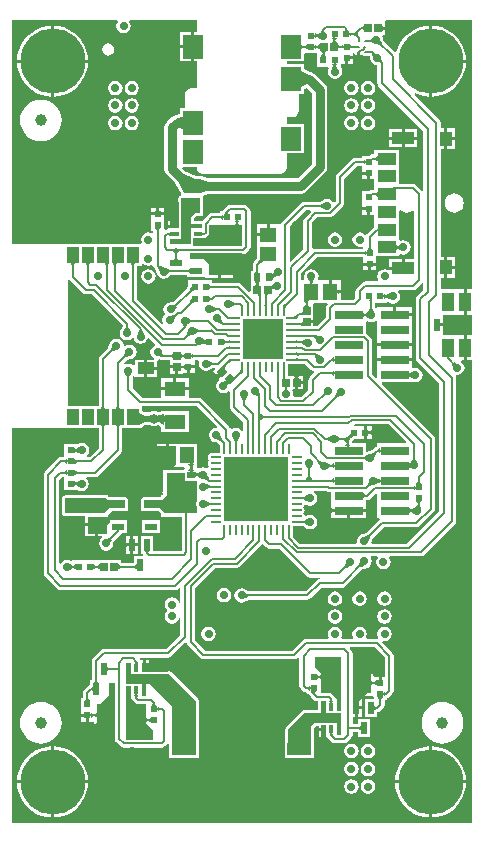
<source format=gtl>
G04*
G04 #@! TF.GenerationSoftware,Altium Limited,Altium Designer,18.1.7 (191)*
G04*
G04 Layer_Physical_Order=1*
G04 Layer_Color=255*
%FSLAX25Y25*%
%MOIN*%
G70*
G01*
G75*
%ADD13C,0.00600*%
%ADD14C,0.01000*%
%ADD16R,0.07087X0.05118*%
%ADD17C,0.03937*%
%ADD18R,0.06693X0.07874*%
%ADD19R,0.05709X0.05118*%
%ADD20R,0.02362X0.02165*%
%ADD21R,0.02559X0.02913*%
%ADD22R,0.01378X0.02756*%
%ADD23R,0.01968X0.03937*%
%ADD24R,0.05118X0.07087*%
%ADD25R,0.07874X0.03937*%
%ADD26R,0.05118X0.05709*%
%ADD27R,0.02520X0.02284*%
%ADD28O,0.03347X0.00787*%
%ADD29O,0.00787X0.03347*%
%ADD30R,0.21260X0.21260*%
%ADD31R,0.02165X0.02362*%
%ADD32R,0.06299X0.03937*%
%ADD33R,0.07284X0.03937*%
%ADD34R,0.03937X0.05118*%
%ADD35R,0.04134X0.06496*%
%ADD36R,0.01968X0.04331*%
%ADD37R,0.09449X0.02992*%
%ADD38R,0.02520X0.02520*%
%ADD39P,0.03563X4X270.0*%
%ADD40R,0.02520X0.02520*%
%ADD41R,0.02284X0.02520*%
%ADD42O,0.00984X0.03543*%
%ADD43O,0.03543X0.00984*%
%ADD44R,0.13780X0.13780*%
%ADD45R,0.03937X0.05512*%
%ADD46R,0.05512X0.03937*%
%ADD47R,0.03937X0.01968*%
%ADD48R,0.02756X0.01378*%
%ADD49R,0.02913X0.02559*%
%ADD50R,0.05512X0.04528*%
%ADD51C,0.00591*%
%ADD52R,0.03937X0.02362*%
%ADD96C,0.00800*%
%ADD97C,0.02016*%
%ADD98C,0.02953*%
%ADD99C,0.21654*%
%ADD100C,0.02756*%
%ADD101C,0.02772*%
%ADD102C,0.03150*%
G36*
X119488Y266329D02*
X118888Y266629D01*
Y267229D01*
X119488Y267529D01*
Y266329D01*
D02*
G37*
G36*
X114281Y266118D02*
X113081D01*
X113381Y266730D01*
X113981D01*
X114281Y266118D01*
D02*
G37*
G36*
X106367Y265752D02*
X105362D01*
X105564Y266277D01*
X106164D01*
X106367Y265752D01*
D02*
G37*
G36*
X63725Y265764D02*
X62917D01*
Y260827D01*
Y255890D01*
X63725D01*
Y246921D01*
X61827D01*
X61046Y246766D01*
X60385Y246324D01*
X59943Y245662D01*
X59788Y244882D01*
Y240370D01*
X58071D01*
Y238219D01*
X57004Y237942D01*
X56121Y237766D01*
X55301Y237219D01*
X53726Y235644D01*
X53179Y234824D01*
X52987Y233858D01*
Y220079D01*
X53179Y219112D01*
X53726Y218293D01*
X56587Y215433D01*
X58450Y211854D01*
Y211213D01*
X58272Y211178D01*
X57942Y210957D01*
X57721Y210626D01*
X57643Y210236D01*
Y209055D01*
X57875D01*
Y200197D01*
X54725Y200197D01*
Y200484D01*
X54039D01*
Y200209D01*
X53741Y199853D01*
X53469Y199798D01*
X52987Y200136D01*
X52969Y200170D01*
Y202937D01*
Y204520D01*
X48606D01*
Y202937D01*
Y199197D01*
X49103D01*
X49195Y198830D01*
X48742Y198579D01*
X48566Y198697D01*
X47638Y198881D01*
X46710Y198697D01*
X45923Y198171D01*
X45398Y197385D01*
X45213Y196457D01*
X45385Y195595D01*
X45330Y195434D01*
X45087Y195095D01*
X19551D01*
Y194917D01*
X2039D01*
Y269614D01*
X37177D01*
X37444Y269114D01*
X37130Y268644D01*
X36946Y267716D01*
X37130Y266788D01*
X37656Y266002D01*
X38442Y265476D01*
X39370Y265291D01*
X40298Y265476D01*
X41084Y266002D01*
X41610Y266788D01*
X41794Y267716D01*
X41610Y268644D01*
X41295Y269114D01*
X41563Y269614D01*
X63725D01*
Y265764D01*
D02*
G37*
G36*
X104880Y263504D02*
X103829Y264015D01*
X103126Y263668D01*
Y265268D01*
X103829Y264922D01*
X104880Y265433D01*
Y263504D01*
D02*
G37*
G36*
X115352Y265261D02*
Y264661D01*
X114752Y264361D01*
Y265561D01*
X115352Y265261D01*
D02*
G37*
G36*
X117443Y265385D02*
Y264536D01*
X116894Y264236D01*
X115870Y264661D01*
Y265261D01*
X116894Y265685D01*
X117443Y265385D01*
D02*
G37*
G36*
X110085Y262991D02*
X109285D01*
X108885Y263804D01*
X110485D01*
X110085Y262991D01*
D02*
G37*
G36*
X110485Y261964D02*
X108885D01*
X109285Y262776D01*
X110085D01*
X110485Y261964D01*
D02*
G37*
G36*
X122834Y261862D02*
X121534Y262437D01*
X121418Y263036D01*
X122476Y263757D01*
X122834Y261862D01*
D02*
G37*
G36*
X125467Y261851D02*
X124943Y261243D01*
X123733Y261619D01*
X124997Y263076D01*
X125467Y261851D01*
D02*
G37*
G36*
X115549Y261127D02*
Y260527D01*
X114937Y260227D01*
Y261427D01*
X115549Y261127D01*
D02*
G37*
G36*
X112622Y260188D02*
X112010Y260488D01*
Y261088D01*
X112622Y261388D01*
Y260188D01*
D02*
G37*
G36*
X111533Y261088D02*
Y260488D01*
X110921Y260188D01*
Y261388D01*
X111533Y261088D01*
D02*
G37*
G36*
X104815Y259928D02*
X104015Y260328D01*
Y261128D01*
X104815Y261528D01*
Y259928D01*
D02*
G37*
G36*
X103938Y261128D02*
Y260328D01*
X103126Y259928D01*
Y261528D01*
X103938Y261128D01*
D02*
G37*
G36*
X100811Y259928D02*
X99999Y260328D01*
Y261128D01*
X100811Y261528D01*
Y259928D01*
D02*
G37*
G36*
X99229Y261128D02*
Y260328D01*
X98417Y259928D01*
Y261528D01*
X99229Y261128D01*
D02*
G37*
G36*
X106463Y258681D02*
X105663D01*
X105263Y259492D01*
X106863D01*
X106463Y258681D01*
D02*
G37*
G36*
X118276Y257696D02*
X118281Y257697D01*
X118550Y257877D01*
X119082Y257980D01*
X119512Y257693D01*
X120020Y257592D01*
X121440D01*
X121613Y256980D01*
X121776Y256159D01*
X122301Y255372D01*
X123088Y254847D01*
X123944Y254676D01*
Y248684D01*
X123944Y248684D01*
X124053Y248137D01*
X124362Y247674D01*
X139321Y232716D01*
Y212751D01*
X138821Y212600D01*
X138805Y212624D01*
X138805Y212624D01*
X136836Y214592D01*
X136373Y214901D01*
X135827Y215010D01*
X135827Y215010D01*
X131315D01*
Y220457D01*
Y226394D01*
X123016D01*
Y224857D01*
X123006Y224853D01*
X122146D01*
X121599Y224744D01*
X121136Y224434D01*
X121136Y224434D01*
X121127Y224425D01*
X118882D01*
Y223775D01*
X118872Y223770D01*
X116634D01*
X116634Y223770D01*
X116088Y223661D01*
X115624Y223352D01*
X115624Y223352D01*
X110562Y218290D01*
X110253Y217827D01*
X110144Y217280D01*
X110144Y217280D01*
Y209333D01*
X109757Y208946D01*
X109114Y209010D01*
X108858Y209392D01*
X108072Y209917D01*
X107144Y210102D01*
X106216Y209917D01*
X105588Y209497D01*
X104780Y209105D01*
X99646D01*
X99646Y209105D01*
X99099Y208996D01*
X98636Y208686D01*
X92298Y202348D01*
X91988Y201885D01*
X91937Y201628D01*
X91453Y201591D01*
Y201591D01*
X88098D01*
Y198031D01*
X87598D01*
Y197531D01*
X83744D01*
Y194473D01*
Y190277D01*
X83363Y189516D01*
X82888Y189041D01*
X82579Y188578D01*
X82470Y188031D01*
X82470Y188031D01*
Y186128D01*
X82465Y186118D01*
X81756D01*
Y181787D01*
X81756D01*
Y179184D01*
X81294Y178992D01*
X78568Y181718D01*
X78105Y182027D01*
X77559Y182136D01*
X77559Y182136D01*
X68910D01*
X68897Y182143D01*
Y182890D01*
X60991D01*
Y181006D01*
X60615Y180268D01*
X56102Y175755D01*
X55410Y175594D01*
X55118Y175653D01*
X54190Y175468D01*
X53404Y174942D01*
X52878Y174156D01*
X52693Y173228D01*
X52878Y172300D01*
X53335Y171616D01*
X53010Y171399D01*
X52484Y170613D01*
X52300Y169685D01*
X52484Y168757D01*
X52508Y168721D01*
X52120Y168403D01*
X43947Y176576D01*
Y187573D01*
X43952Y187583D01*
X45488D01*
Y188263D01*
X45988Y188400D01*
X46710Y187917D01*
X47638Y187733D01*
X48566Y187917D01*
X48860Y188114D01*
X49360Y187847D01*
Y187795D01*
X49360Y187795D01*
X49469Y187249D01*
X49778Y186786D01*
X50075Y186489D01*
X50368Y185640D01*
X50516Y184899D01*
X51042Y184112D01*
X51828Y183587D01*
X52756Y183402D01*
X53684Y183587D01*
X54470Y184112D01*
X54546Y184225D01*
X55201Y184597D01*
X60602D01*
X60615Y184590D01*
Y184040D01*
X66299D01*
X66718Y183843D01*
X66971Y183843D01*
X70761D01*
Y184646D01*
X67718D01*
Y188189D01*
X65749Y190158D01*
X61418D01*
Y192126D01*
X78938D01*
Y191699D01*
X79345D01*
X79347Y191699D01*
X79893Y191807D01*
X79893Y191807D01*
X79894Y191807D01*
X80357Y192117D01*
X80359Y192120D01*
X81324Y193085D01*
X81324Y193085D01*
X81634Y193548D01*
X81742Y194095D01*
X81742Y194095D01*
Y205906D01*
X81742Y205906D01*
X81634Y206452D01*
X81324Y206915D01*
X81324Y206915D01*
X80541Y207698D01*
X80538Y207703D01*
X80075Y208012D01*
X79529Y208121D01*
X74804D01*
X74804Y208121D01*
X74258Y208012D01*
X73795Y207703D01*
X73795Y207703D01*
X72712Y206620D01*
X72403Y206157D01*
X72395Y206118D01*
X71639D01*
Y205369D01*
X71629Y205365D01*
X68899D01*
X68899Y205365D01*
X68353Y205256D01*
X67889Y204947D01*
X67889Y204947D01*
X65708Y202766D01*
X65705Y202761D01*
X65552Y202792D01*
X62832D01*
Y203515D01*
X63730Y204413D01*
X65962D01*
Y206993D01*
X65980Y207086D01*
Y210236D01*
X65962Y210329D01*
Y210941D01*
X65962Y210941D01*
X66126Y211373D01*
X67924Y211845D01*
X98425D01*
X99391Y212037D01*
X100211Y212585D01*
X106510Y218884D01*
X107057Y219703D01*
X107249Y220669D01*
Y246457D01*
X107057Y247423D01*
X106510Y248242D01*
X102966Y251786D01*
X102147Y252333D01*
X101464Y252469D01*
X99441Y253402D01*
Y254937D01*
X93787D01*
Y255890D01*
X99441D01*
Y258289D01*
X99787Y258646D01*
X103803D01*
Y258469D01*
X103921D01*
Y254118D01*
X107463D01*
X107730Y253618D01*
X107603Y253428D01*
X107418Y252500D01*
X107603Y251572D01*
X108128Y250785D01*
X108915Y250260D01*
X109843Y250075D01*
X110770Y250260D01*
X111557Y250785D01*
X112083Y251572D01*
X112267Y252500D01*
X112083Y253428D01*
X111735Y253947D01*
X111827Y254118D01*
X111827D01*
Y254965D01*
X113279D01*
Y257048D01*
X113779D01*
Y257547D01*
X115961D01*
Y258836D01*
X115968Y258839D01*
X116536Y258511D01*
X116556Y258412D01*
X116842Y257984D01*
X117270Y257697D01*
X117276Y257696D01*
Y258917D01*
X118276D01*
Y257696D01*
D02*
G37*
G36*
X106863Y257456D02*
X105263D01*
X105663Y258268D01*
X106463D01*
X106863Y257456D01*
D02*
G37*
G36*
X124002Y258465D02*
X122638Y257100D01*
X122268Y258410D01*
X122692Y258834D01*
X124002Y258465D01*
D02*
G37*
G36*
X125654Y256013D02*
X125089Y255448D01*
X124437Y255775D01*
X125328Y256665D01*
X125654Y256013D01*
D02*
G37*
G36*
X110231Y254506D02*
X110734Y253550D01*
X108810Y253413D01*
X109278Y254464D01*
X108944Y255142D01*
X110544D01*
X110231Y254506D01*
D02*
G37*
G36*
X101181Y251477D02*
Y248524D01*
X98417Y247248D01*
Y252752D01*
X101181Y251477D01*
D02*
G37*
G36*
X155441Y179898D02*
X153787D01*
Y175650D01*
Y171402D01*
X155441D01*
Y164740D01*
X153787D01*
Y160492D01*
Y156244D01*
X155441D01*
X155441Y2039D01*
X2039Y2039D01*
Y133823D01*
X19551D01*
Y133646D01*
X31087D01*
X31092Y133636D01*
Y126969D01*
X28090Y123967D01*
X27246D01*
X27095Y124467D01*
X27242Y124565D01*
X27768Y125352D01*
X27952Y126279D01*
X27768Y127207D01*
X27242Y127994D01*
X26455Y128519D01*
X25528Y128704D01*
X24600Y128519D01*
X24216Y128263D01*
X24032Y128362D01*
Y128362D01*
X19669D01*
Y123971D01*
X19660Y123967D01*
X18685D01*
X18685Y123967D01*
X18139Y123858D01*
X17676Y123549D01*
X17676Y123549D01*
X13160Y119033D01*
X12850Y118570D01*
X12742Y118024D01*
X12742Y118023D01*
Y85240D01*
X12742Y85240D01*
X12850Y84694D01*
X13160Y84231D01*
X17302Y80089D01*
X17302Y80089D01*
X17765Y79779D01*
X18311Y79671D01*
X18311Y79671D01*
X56493D01*
X56493Y79671D01*
X57039Y79779D01*
X57503Y80089D01*
X57859Y80445D01*
X58321Y80254D01*
Y75434D01*
X57821Y75385D01*
X57752Y75731D01*
X57226Y76517D01*
X56440Y77043D01*
X55512Y77228D01*
X54584Y77043D01*
X53797Y76517D01*
X53272Y75731D01*
X53087Y74803D01*
X53272Y73875D01*
X53797Y73089D01*
X53803Y73085D01*
Y72585D01*
X53797Y72581D01*
X53272Y71794D01*
X53087Y70866D01*
X53272Y69938D01*
X53797Y69152D01*
X54584Y68626D01*
X55512Y68442D01*
X56440Y68626D01*
X57226Y69152D01*
X57752Y69938D01*
X57821Y70284D01*
X58321Y70235D01*
Y64621D01*
X53706Y60006D01*
X32752D01*
X32752Y60006D01*
X32206Y59897D01*
X31743Y59588D01*
X31743Y59588D01*
X29267Y57112D01*
X28957Y56649D01*
X28849Y56102D01*
X28849Y56102D01*
Y49635D01*
X28842Y49622D01*
X28292D01*
Y48000D01*
X28155Y47972D01*
X27692Y47663D01*
X27692Y47663D01*
X26314Y46285D01*
X26004Y45822D01*
X25896Y45276D01*
X25896Y45276D01*
Y43730D01*
X25889Y43716D01*
X25142D01*
Y39551D01*
Y38394D01*
X27323D01*
Y37894D01*
X27823D01*
Y35811D01*
X29504D01*
X29670Y35379D01*
Y34591D01*
X30512Y35433D01*
X30473Y36417D01*
Y37198D01*
X29882Y37494D01*
Y38294D01*
X30473Y38589D01*
Y41732D01*
X31654D01*
X34410Y44488D01*
Y48819D01*
X36378D01*
Y33646D01*
X36526D01*
Y29960D01*
X36526Y29960D01*
X36634Y29414D01*
X36944Y28951D01*
X38377Y27518D01*
X38377Y27518D01*
X38840Y27209D01*
X39386Y27100D01*
X39386Y27100D01*
X52134D01*
X52134Y27100D01*
X52680Y27209D01*
X53143Y27518D01*
X53923Y28298D01*
X53923Y28298D01*
X53992Y28401D01*
X54492Y28250D01*
Y24803D01*
X54512Y24705D01*
Y23803D01*
X55413D01*
X55512Y23784D01*
X63386Y23784D01*
X63484Y23803D01*
X64386D01*
Y24705D01*
X64405Y24803D01*
X64406Y31102D01*
X64405Y31103D01*
X64405Y42815D01*
X64328Y43205D01*
X64107Y43536D01*
X55347Y52296D01*
X55016Y52517D01*
X54626Y52594D01*
X54292D01*
Y52361D01*
X45434D01*
X45434Y55511D01*
X45721D01*
Y56197D01*
X44992D01*
X44981Y56255D01*
X44716Y56651D01*
X44843Y57109D01*
X44861Y57151D01*
X54297D01*
X54297Y57151D01*
X54843Y57260D01*
X55307Y57569D01*
X59898Y62161D01*
X60441Y61996D01*
X60492Y61737D01*
X60802Y61274D01*
X65014Y57061D01*
X65014Y57061D01*
X65477Y56752D01*
X66024Y56643D01*
X66024Y56643D01*
X96228D01*
X96228Y56643D01*
X96775Y56752D01*
X97238Y57061D01*
X97451Y57274D01*
X97951Y57067D01*
Y47736D01*
X97951Y47736D01*
X98059Y47190D01*
X98369Y46727D01*
X99156Y45939D01*
X99156Y45939D01*
X99619Y45630D01*
X100165Y45521D01*
X100543Y45218D01*
Y44866D01*
X101293D01*
X101371Y44707D01*
X101406Y44532D01*
X101715Y44069D01*
X102699Y43085D01*
X103162Y42776D01*
X103709Y42667D01*
X103709Y42667D01*
X104143D01*
X104264Y42520D01*
Y39602D01*
X99606D01*
X99216Y39525D01*
X98885Y39304D01*
X93374Y33792D01*
X93152Y33461D01*
X93075Y33071D01*
Y31103D01*
X93075Y31102D01*
X93075Y24803D01*
X93094Y24705D01*
Y23803D01*
X93996D01*
X94095Y23784D01*
X101969D01*
X102067Y23803D01*
X102969D01*
Y24705D01*
X102988Y24803D01*
Y33830D01*
X103572Y34413D01*
X104382D01*
Y33689D01*
X105322D01*
Y34646D01*
X106776D01*
X106776Y31020D01*
X106984Y30811D01*
X107300D01*
X107311Y30753D01*
X107621Y30290D01*
X108802Y29109D01*
X108802Y29109D01*
X109265Y28799D01*
X109811Y28691D01*
X109811Y28691D01*
X112961D01*
X112961Y28691D01*
X113507Y28799D01*
X113970Y29109D01*
X115348Y30487D01*
X115657Y30950D01*
X115766Y31496D01*
X115766Y31496D01*
Y32234D01*
X117463D01*
X117473Y32229D01*
Y30693D01*
X121441D01*
Y36630D01*
X117473D01*
Y35094D01*
X117463Y35089D01*
X115766D01*
Y37386D01*
X116398D01*
Y38189D01*
X115913D01*
Y43323D01*
X115766D01*
Y44276D01*
X115913D01*
Y53362D01*
X115766D01*
Y58579D01*
X115766Y58579D01*
X115657Y59125D01*
X115348Y59588D01*
X115348Y59588D01*
X114818Y60119D01*
X115009Y60580D01*
X123117D01*
X126525Y57173D01*
Y50803D01*
X125469D01*
Y48720D01*
X124469D01*
Y50803D01*
X122787D01*
X122622Y51235D01*
Y52417D01*
X121780Y51575D01*
X121819Y50590D01*
Y49412D01*
X122410Y49121D01*
Y48320D01*
X121819Y48029D01*
Y45276D01*
X120638D01*
X119638Y44276D01*
X122622D01*
X122787Y43844D01*
Y43323D01*
X120031D01*
Y37386D01*
X124000D01*
Y38922D01*
X124027Y38935D01*
X124530Y39036D01*
X124994Y39345D01*
X125978Y40329D01*
X126287Y40792D01*
X126396Y41339D01*
X126396Y41339D01*
Y42885D01*
X126402Y42898D01*
X127150D01*
Y43589D01*
X127230Y43624D01*
X127416Y43661D01*
X127879Y43971D01*
X128962Y45054D01*
X128962Y45054D01*
X129271Y45517D01*
X129380Y46063D01*
Y57764D01*
X129380Y57764D01*
X129271Y58310D01*
X128962Y58773D01*
X128962Y58773D01*
X125543Y62192D01*
X125789Y62653D01*
X126378Y62536D01*
X127306Y62721D01*
X128092Y63246D01*
X128618Y64033D01*
X128803Y64961D01*
X128618Y65889D01*
X128092Y66675D01*
X127306Y67201D01*
X126378Y67385D01*
X125450Y67201D01*
X124664Y66675D01*
X124138Y65889D01*
X123953Y64961D01*
X124138Y64033D01*
X124271Y63833D01*
X123971Y63383D01*
X123709Y63435D01*
X123709Y63435D01*
X120481D01*
X120246Y63876D01*
X120350Y64033D01*
X120535Y64961D01*
X120350Y65889D01*
X119825Y66675D01*
X119038Y67201D01*
X118110Y67385D01*
X117182Y67201D01*
X116396Y66675D01*
X115870Y65889D01*
X115686Y64961D01*
X115870Y64033D01*
X115975Y63876D01*
X115739Y63435D01*
X112214D01*
X111978Y63876D01*
X112083Y64033D01*
X112267Y64961D01*
X112083Y65889D01*
X111557Y66675D01*
X110770Y67201D01*
X109843Y67385D01*
X108915Y67201D01*
X108128Y66675D01*
X107603Y65889D01*
X107418Y64961D01*
X107603Y64033D01*
X107707Y63876D01*
X107471Y63435D01*
X100165D01*
X99619Y63327D01*
X99156Y63017D01*
X99156Y63017D01*
X95637Y59498D01*
X66615D01*
X63239Y62875D01*
Y80499D01*
X69818Y87078D01*
X77139D01*
X77139Y87078D01*
X77685Y87186D01*
X78149Y87496D01*
X85655Y95002D01*
X85783Y95015D01*
X86926Y93873D01*
X86926Y93872D01*
X87389Y93563D01*
X87935Y93454D01*
X87935Y93454D01*
X91288D01*
X100512Y84231D01*
X100512Y84231D01*
X100975Y83921D01*
X101521Y83813D01*
X104714D01*
X104724Y83317D01*
X104178Y83209D01*
X103715Y82899D01*
X103715Y82899D01*
X100110Y79294D01*
X81120D01*
X80312Y79686D01*
X79684Y80106D01*
X78756Y80291D01*
X77828Y80106D01*
X77042Y79581D01*
X76516Y78794D01*
X76331Y77866D01*
X76516Y76938D01*
X77042Y76152D01*
X77828Y75626D01*
X78756Y75442D01*
X79684Y75626D01*
X80312Y76046D01*
X81120Y76439D01*
X100701D01*
X100701Y76439D01*
X101247Y76547D01*
X101710Y76857D01*
X105316Y80462D01*
X112370D01*
X112370Y80462D01*
X112916Y80571D01*
X113379Y80880D01*
X119023Y86524D01*
X119872Y86817D01*
X120613Y86965D01*
X121399Y87490D01*
X121925Y88277D01*
X122110Y89205D01*
X121925Y90133D01*
X121735Y90417D01*
X121971Y90858D01*
X123780D01*
X124047Y90358D01*
X123744Y89904D01*
X123560Y88976D01*
X123744Y88049D01*
X124270Y87262D01*
X125056Y86736D01*
X125984Y86552D01*
X126912Y86736D01*
X127699Y87262D01*
X128224Y88049D01*
X128409Y88976D01*
X128224Y89904D01*
X127921Y90358D01*
X128189Y90858D01*
X138545D01*
X138545Y90858D01*
X139091Y90966D01*
X139554Y91276D01*
X149789Y101511D01*
X149789Y101511D01*
X150099Y101974D01*
X150207Y102520D01*
X150207Y102520D01*
Y150365D01*
X150207Y150365D01*
X150099Y150911D01*
X150053Y150980D01*
X150354Y151430D01*
X150645Y151372D01*
X151573Y151557D01*
X152360Y152082D01*
X152885Y152869D01*
X153070Y153797D01*
X152885Y154724D01*
X152360Y155511D01*
X152011Y155744D01*
X152163Y156244D01*
X152787D01*
Y160492D01*
Y164740D01*
X150645D01*
Y164744D01*
X146157D01*
X145724Y164906D01*
Y167571D01*
X143740D01*
Y168571D01*
X145724D01*
Y171236D01*
X146156Y171402D01*
X152787D01*
Y175650D01*
Y179898D01*
X145128D01*
Y183646D01*
X146350D01*
Y187205D01*
Y190764D01*
X145128D01*
Y226559D01*
X146350D01*
Y230118D01*
Y233677D01*
X145128D01*
Y235456D01*
X145128Y235456D01*
X145020Y236002D01*
X144710Y236465D01*
X136406Y244769D01*
X136690Y245193D01*
X138066Y244623D01*
X139876Y244188D01*
X141232Y244081D01*
Y255906D01*
Y267729D01*
X139876Y267623D01*
X138066Y267188D01*
X136346Y266476D01*
X134759Y265503D01*
X133344Y264294D01*
X132135Y262879D01*
X131162Y261291D01*
X130450Y259572D01*
X130344Y259134D01*
X129793Y258978D01*
X126335Y262436D01*
X125966Y263399D01*
X125862Y263920D01*
X125656Y264228D01*
X125892Y264669D01*
X126618D01*
Y266429D01*
X126203D01*
X125594Y266129D01*
Y266429D01*
X124358D01*
Y267429D01*
X125594D01*
Y267729D01*
X126203Y267429D01*
X126618D01*
Y269189D01*
X126618D01*
X126798Y269614D01*
X155441D01*
X155441Y179898D01*
D02*
G37*
G36*
X59083Y233437D02*
X57087Y233957D01*
Y236910D01*
X59083Y237429D01*
Y233437D01*
D02*
G37*
G36*
X124040Y222625D02*
X123228Y223025D01*
Y223825D01*
X124040Y224225D01*
Y222625D01*
D02*
G37*
G36*
X119906Y221543D02*
X119094Y221942D01*
Y222743D01*
X119906Y223143D01*
Y221543D01*
D02*
G37*
G36*
X102199Y245411D02*
Y221715D01*
X97379Y216895D01*
X67924D01*
X65962Y217410D01*
Y217634D01*
X64988D01*
X64950Y217641D01*
X64912Y217634D01*
X63378D01*
X59656Y219506D01*
X58969Y220192D01*
X59161Y220654D01*
X63725D01*
Y220473D01*
X63880Y219692D01*
X64322Y219031D01*
X64983Y218589D01*
X65764Y218433D01*
X91748D01*
X92528Y218589D01*
X93190Y219031D01*
X93632Y219692D01*
X93787Y220473D01*
Y225181D01*
X99441D01*
Y235055D01*
X93787D01*
Y237331D01*
X95685D01*
X96465Y237486D01*
X97127Y237928D01*
X97569Y238590D01*
X97724Y239370D01*
Y244882D01*
X97873Y245063D01*
X99441D01*
Y246598D01*
X100516Y247094D01*
X102199Y245411D01*
D02*
G37*
G36*
X118882Y220910D02*
Y219102D01*
X121063D01*
Y218602D01*
X121563D01*
Y216520D01*
X123016D01*
Y213046D01*
X123006Y213042D01*
X122146D01*
X122146Y213042D01*
X121599Y212933D01*
X121136Y212624D01*
X121136Y212624D01*
X121127Y212614D01*
X118882D01*
Y208449D01*
Y207291D01*
X121063D01*
Y206791D01*
X121563D01*
Y204709D01*
X123016D01*
Y200819D01*
X123006Y200813D01*
X123006Y200813D01*
X120510Y198316D01*
X120420Y198181D01*
X119826Y198171D01*
X119816Y198177D01*
X119038Y198697D01*
X118110Y198881D01*
X117182Y198697D01*
X116396Y198171D01*
X115870Y197385D01*
X115686Y196457D01*
X115870Y195529D01*
X116396Y194742D01*
X117182Y194217D01*
X118110Y194032D01*
X118791Y194167D01*
X119199Y193848D01*
X119196Y193765D01*
X119041Y193455D01*
X103288D01*
X103288Y193455D01*
X102742Y193347D01*
X102715Y193329D01*
X102215Y193596D01*
Y202207D01*
X103879Y203872D01*
X108129D01*
X108129Y203872D01*
X108675Y203980D01*
X109138Y204290D01*
X112581Y207733D01*
X112890Y208196D01*
X112999Y208742D01*
X112999Y208742D01*
Y216689D01*
X117225Y220915D01*
X118872D01*
X118882Y220910D01*
D02*
G37*
G36*
X67902Y215846D02*
Y212894D01*
X64950Y212118D01*
Y216622D01*
X67902Y215846D01*
D02*
G37*
G36*
X63144Y216610D02*
X59462Y212118D01*
X57374Y216129D01*
X58969Y218710D01*
X63144Y216610D01*
D02*
G37*
G36*
X124040Y210814D02*
X123228Y211214D01*
Y212014D01*
X124040Y212414D01*
Y210814D01*
D02*
G37*
G36*
X106160Y206713D02*
X104999Y207277D01*
Y208077D01*
X106160Y208642D01*
Y206713D01*
D02*
G37*
G36*
X74226Y205094D02*
X73217D01*
X73322Y205611D01*
X74122D01*
X74226Y205094D01*
D02*
G37*
G36*
X72663Y203137D02*
X71851Y203537D01*
Y204337D01*
X72663Y204737D01*
Y203137D01*
D02*
G37*
G36*
X77593Y202023D02*
X78034Y201181D01*
X78938D01*
X78938Y194489D01*
X62600Y194489D01*
X62600Y196851D01*
X66537D01*
X67718Y198032D01*
X67718Y201181D01*
X76300Y201181D01*
X76740Y202024D01*
X76391Y202768D01*
X77966Y202780D01*
X77593Y202023D01*
D02*
G37*
G36*
X51187Y199409D02*
X50387D01*
X49987Y200209D01*
X51587D01*
X51187Y199409D01*
D02*
G37*
G36*
X55051Y197748D02*
X54251Y198025D01*
Y198825D01*
X55051Y199102D01*
Y197748D01*
D02*
G37*
G36*
X64961Y207086D02*
X61812Y203937D01*
Y201772D01*
X65552D01*
Y200197D01*
X61812D01*
Y195079D01*
X54922D01*
Y196654D01*
X58663D01*
X58663Y201756D01*
X58662Y210236D01*
X64961D01*
Y207086D01*
D02*
G37*
G36*
X131693Y192949D02*
X130819Y193374D01*
X130291Y193114D01*
Y194714D01*
X130819Y194453D01*
X131693Y194878D01*
Y192949D01*
D02*
G37*
G36*
X122320Y193098D02*
X120720D01*
X121120Y193898D01*
X121920D01*
X122320Y193098D01*
D02*
G37*
G36*
X58091Y192726D02*
X57291Y191926D01*
X56491D01*
X55691Y192726D01*
X56891Y193526D01*
X58091Y192726D01*
D02*
G37*
G36*
X132262Y205896D02*
X133032Y205577D01*
X133858Y205469D01*
X134685Y205577D01*
X135455Y205896D01*
X135868Y206214D01*
X136368Y205967D01*
Y189976D01*
X133079D01*
Y187008D01*
X132579D01*
Y186508D01*
X127764D01*
X127496Y186365D01*
X127306Y186492D01*
X126378Y186677D01*
X125450Y186492D01*
X124664Y185966D01*
X124138Y185180D01*
X123953Y184252D01*
X124138Y183324D01*
X124335Y183030D01*
X124067Y182530D01*
X120020D01*
X120020Y182530D01*
X119474Y182421D01*
X119010Y182112D01*
X117101Y180202D01*
X116791Y179739D01*
X116683Y179193D01*
X116683Y179193D01*
Y177107D01*
X116003Y176427D01*
X111827D01*
Y178634D01*
X111412D01*
X110803Y178334D01*
Y178634D01*
X108268D01*
Y179134D01*
X107768D01*
Y182988D01*
X104540D01*
X104241Y183488D01*
X104393Y184252D01*
X104209Y185180D01*
X103683Y185966D01*
X102896Y186492D01*
X101969Y186677D01*
X101041Y186492D01*
X100254Y185966D01*
X99729Y185180D01*
X99544Y184252D01*
X99696Y183488D01*
X99397Y182988D01*
X98514D01*
Y185236D01*
X103879Y190600D01*
X119329D01*
X119339Y190596D01*
Y188788D01*
X121520D01*
Y188288D01*
D01*
Y188788D01*
X123701D01*
Y190929D01*
X131315D01*
Y191442D01*
X131565Y191575D01*
X131815Y191661D01*
X132677Y191489D01*
X133605Y191674D01*
X134392Y192199D01*
X134917Y192986D01*
X135102Y193914D01*
X134917Y194842D01*
X134392Y195628D01*
X133605Y196154D01*
X132677Y196338D01*
X131815Y196167D01*
X131565Y196252D01*
X131315Y196386D01*
Y202740D01*
Y205993D01*
X131815Y206240D01*
X132262Y205896D01*
D02*
G37*
G36*
X120363Y191228D02*
X119551Y191628D01*
Y192428D01*
X120363Y192828D01*
Y191228D01*
D02*
G37*
G36*
X57691Y189543D02*
X56091D01*
X56491Y190355D01*
X57291D01*
X57691Y189543D01*
D02*
G37*
G36*
X101758Y205788D02*
X99778Y203808D01*
X99469Y203345D01*
X99360Y202799D01*
X99360Y202798D01*
Y193292D01*
X95196Y189128D01*
X94735Y189320D01*
Y200747D01*
X100237Y206250D01*
X101567D01*
X101758Y205788D01*
D02*
G37*
G36*
X86183Y189185D02*
X85051Y188620D01*
X84190Y188890D01*
X84756Y190021D01*
X86183Y189185D01*
D02*
G37*
G36*
X42920Y187795D02*
X42120D01*
X41720Y188607D01*
X43320D01*
X42920Y187795D01*
D02*
G37*
G36*
X36904D02*
X36104D01*
X35704Y188607D01*
X37304D01*
X36904Y187795D01*
D02*
G37*
G36*
X34476Y188595D02*
X34341Y187795D01*
X33541D01*
X33141Y188607D01*
X34476Y188595D01*
D02*
G37*
G36*
X27959Y187795D02*
X27159D01*
X26759Y188607D01*
X28359D01*
X27959Y187795D01*
D02*
G37*
G36*
X22920D02*
X22120D01*
X21720Y188607D01*
X23320D01*
X22920Y187795D01*
D02*
G37*
G36*
X52742Y187205D02*
X51378Y185841D01*
X50956Y187061D01*
X51522Y187627D01*
X52742Y187205D01*
D02*
G37*
G36*
X61627Y185224D02*
X60827Y185624D01*
Y186424D01*
X61627Y186824D01*
Y185224D01*
D02*
G37*
G36*
X84698Y185094D02*
X83098D01*
X83498Y185906D01*
X84298D01*
X84698Y185094D01*
D02*
G37*
G36*
X54825Y186424D02*
X54946Y185624D01*
X53868Y185013D01*
X53592Y186922D01*
X54825Y186424D01*
D02*
G37*
G36*
X90734Y184449D02*
X89625Y184065D01*
X88886Y182833D01*
Y185096D01*
X89122D01*
X89370Y185813D01*
X90734Y184449D01*
D02*
G37*
G36*
X102532Y182444D02*
X102769Y181964D01*
X101169D01*
X101405Y182444D01*
X101004Y183268D01*
X102933D01*
X102532Y182444D01*
D02*
G37*
G36*
X84416Y181810D02*
X83616D01*
X83216Y182622D01*
X84816D01*
X84416Y181810D01*
D02*
G37*
G36*
X84816Y180763D02*
X83216D01*
X83616Y181575D01*
X84416D01*
X84816Y180763D01*
D02*
G37*
G36*
X89594Y180110D02*
X88685Y180009D01*
X88367Y180641D01*
X88233Y180775D01*
X88830Y181292D01*
X89426Y181897D01*
X89594Y180110D01*
D02*
G37*
G36*
X68685Y181109D02*
Y180309D01*
X67885Y179909D01*
Y181509D01*
X68685Y181109D01*
D02*
G37*
G36*
X139321Y181934D02*
Y179725D01*
X137319Y177724D01*
X137010Y177261D01*
X136901Y176714D01*
X136901Y176714D01*
Y156882D01*
X136901Y156882D01*
X137010Y156335D01*
X137319Y155872D01*
X144620Y148572D01*
Y147609D01*
X144620Y147609D01*
X144636Y147530D01*
Y105944D01*
X133804Y95113D01*
X122430D01*
X122020Y95613D01*
X122073Y95876D01*
X122366Y96725D01*
X126182Y100541D01*
X136860D01*
X136860Y100541D01*
X137407Y100650D01*
X137870Y100959D01*
X142742Y105831D01*
X142742Y105831D01*
X143051Y106294D01*
X143160Y106841D01*
X143160Y106841D01*
Y130118D01*
X143160Y130118D01*
X143051Y130664D01*
X142742Y131128D01*
X142742Y131128D01*
X125410Y148459D01*
X125601Y148921D01*
X135449D01*
Y148921D01*
X135949Y149125D01*
X136614Y148993D01*
X137542Y149177D01*
X138329Y149703D01*
X138854Y150489D01*
X139039Y151417D01*
X138854Y152345D01*
X138329Y153132D01*
X137542Y153657D01*
X136614Y153842D01*
X135949Y153709D01*
X135735Y153797D01*
X135479Y154027D01*
X135449Y154081D01*
X135449Y154413D01*
Y155917D01*
X129724D01*
X124000D01*
Y154413D01*
X124000Y153921D01*
X124000Y153421D01*
Y150522D01*
X123538Y150331D01*
X122294Y151576D01*
Y162556D01*
X122185Y163102D01*
X121876Y163565D01*
X121876Y163565D01*
X120518Y164923D01*
X120095Y165206D01*
Y168913D01*
X120095D01*
Y168921D01*
X120238Y169154D01*
X120808Y169310D01*
X121006Y169177D01*
X121934Y168993D01*
X122862Y169177D01*
X123500Y169604D01*
X124000Y169398D01*
X124000Y168921D01*
X124000Y168421D01*
Y164413D01*
X124000Y163921D01*
X124000Y163421D01*
Y161917D01*
X129724D01*
X135449D01*
Y163421D01*
X135449Y163913D01*
X135449Y164413D01*
Y168421D01*
X135449Y168913D01*
X135449Y169413D01*
Y170917D01*
X129724D01*
Y171417D01*
X129224D01*
Y173913D01*
X124000D01*
Y173913D01*
X123500Y173826D01*
X123361Y173964D01*
Y175378D01*
X127063D01*
Y175518D01*
X127487Y175783D01*
X127578Y175739D01*
X128206Y175319D01*
X129134Y175135D01*
X130062Y175319D01*
X130848Y175845D01*
X131374Y176631D01*
X131558Y177559D01*
X131374Y178487D01*
X130914Y179175D01*
X131079Y179675D01*
X135827D01*
X135827Y179675D01*
X136373Y179784D01*
X136836Y180093D01*
X138805Y182062D01*
X138821Y182085D01*
X139321Y181934D01*
D02*
G37*
G36*
X63036Y179552D02*
X61905Y178974D01*
X61438Y179638D01*
X62015Y180769D01*
X63036Y179552D01*
D02*
G37*
G36*
X87211Y177480D02*
X86411D01*
X86390Y178280D01*
X87611Y178292D01*
X87211Y177480D01*
D02*
G37*
G36*
X85264Y178280D02*
X85242Y177480D01*
X84443D01*
X84043Y178292D01*
X85264Y178280D01*
D02*
G37*
G36*
X126851Y177959D02*
Y177159D01*
X126051Y176759D01*
Y178359D01*
X126851Y177959D01*
D02*
G37*
G36*
X128150Y176594D02*
X126988Y177159D01*
Y177959D01*
X128150Y178524D01*
Y176594D01*
D02*
G37*
G36*
X68685Y177172D02*
Y176372D01*
X67885Y175972D01*
Y177572D01*
X68685Y177172D01*
D02*
G37*
G36*
X122311Y176390D02*
X122334Y175590D01*
X121534D01*
X121134Y176402D01*
X122311Y176390D01*
D02*
G37*
G36*
X100794Y175491D02*
X99994D01*
X99594Y176304D01*
X101194D01*
X100794Y175491D01*
D02*
G37*
G36*
X63036Y175615D02*
X61905Y175037D01*
X61438Y175701D01*
X62015Y176832D01*
X63036Y175615D01*
D02*
G37*
G36*
X87263Y174302D02*
X86359D01*
X86411Y175180D01*
X87211D01*
X87263Y174302D01*
D02*
G37*
G36*
X85295D02*
X84390D01*
X84443Y175180D01*
X85242D01*
X85295Y174302D01*
D02*
G37*
G36*
X83326D02*
X82422D01*
X82474Y175180D01*
X83274D01*
X83326Y174302D01*
D02*
G37*
G36*
X81358D02*
X80453D01*
X80506Y175180D01*
X81305D01*
X81358Y174302D01*
D02*
G37*
G36*
X79124Y174566D02*
X78460Y174042D01*
X78064Y174717D01*
X78629Y175283D01*
X79124Y174566D01*
D02*
G37*
G36*
X76396Y175400D02*
X76396Y174600D01*
X75235Y174035D01*
X75235Y175965D01*
X76396Y175400D01*
D02*
G37*
G36*
X101194Y173913D02*
X99594D01*
X99994Y174725D01*
X100794D01*
X101194Y173913D01*
D02*
G37*
G36*
X93772Y174545D02*
X93194Y173413D01*
X92529Y174566D01*
X93261Y175165D01*
X93772Y174545D01*
D02*
G37*
G36*
X57047Y174116D02*
X56458Y172905D01*
X55467Y174561D01*
X56631Y174831D01*
X57047Y174116D01*
D02*
G37*
G36*
X122898Y172401D02*
X120969D01*
X121534Y173563D01*
X122334D01*
X122898Y172401D01*
D02*
G37*
G36*
X70059Y173628D02*
Y172828D01*
X68897Y172264D01*
Y174193D01*
X70059Y173628D01*
D02*
G37*
G36*
X120950Y170453D02*
X119836Y170994D01*
X119082Y170617D01*
Y172217D01*
X119836Y171841D01*
X120950Y172382D01*
Y170453D01*
D02*
G37*
G36*
X99146Y171429D02*
X98346Y171254D01*
Y172054D01*
X99158Y172453D01*
X99146Y171429D01*
D02*
G37*
G36*
X97524Y170580D02*
X97007Y170088D01*
X96012Y170753D01*
X97139Y171327D01*
X97524Y170580D01*
D02*
G37*
G36*
X56614Y170712D02*
X56088Y169489D01*
X54948Y171045D01*
X56139Y171369D01*
X56614Y170712D01*
D02*
G37*
G36*
X72272Y169041D02*
X71707Y168476D01*
X70486Y168898D01*
X71850Y170262D01*
X72272Y169041D01*
D02*
G37*
G36*
X61988Y169691D02*
Y168891D01*
X60826Y168326D01*
Y170255D01*
X61988Y169691D01*
D02*
G37*
G36*
X97621Y168707D02*
Y167907D01*
X96742Y167855D01*
Y168759D01*
X97621Y168707D01*
D02*
G37*
G36*
X74911Y167855D02*
X74033Y167907D01*
Y168707D01*
X74911Y168759D01*
Y167855D01*
D02*
G37*
G36*
X99146Y167807D02*
X98346Y167907D01*
Y168707D01*
X99158Y169107D01*
X99146Y167807D01*
D02*
G37*
G36*
X107411Y174818D02*
X107213Y174619D01*
X106903Y174156D01*
X106795Y173610D01*
X106795Y173610D01*
Y170585D01*
X103976Y167766D01*
X102654D01*
Y168555D01*
X100394D01*
Y169555D01*
X102654D01*
Y170417D01*
Y174937D01*
X103012Y175279D01*
X107220D01*
X107411Y174818D01*
D02*
G37*
G36*
X60242Y167322D02*
X59442D01*
X59152Y168098D01*
X60532D01*
X60242Y167322D01*
D02*
G37*
G36*
X41516Y166338D02*
X39587D01*
X40151Y167500D01*
X40951D01*
X41516Y166338D01*
D02*
G37*
G36*
X97621Y166739D02*
Y165939D01*
X96742Y165886D01*
Y166791D01*
X97621Y166739D01*
D02*
G37*
G36*
X74911Y165886D02*
X74033Y165939D01*
Y166739D01*
X74911Y166791D01*
Y165886D01*
D02*
G37*
G36*
X64350Y166542D02*
Y165742D01*
X63189Y165177D01*
Y167106D01*
X64350Y166542D01*
D02*
G37*
G36*
X46043Y165157D02*
X44114D01*
X44679Y166319D01*
X45479D01*
X46043Y165157D01*
D02*
G37*
G36*
X62191Y164764D02*
X60971Y164342D01*
X60405Y164908D01*
X60827Y166128D01*
X62191Y164764D01*
D02*
G37*
G36*
X97572Y164802D02*
X97669Y164002D01*
X96742Y163918D01*
Y164822D01*
X97572Y164802D01*
D02*
G37*
G36*
X104402Y164332D02*
X103385Y163315D01*
X103031Y164120D01*
X103597Y164685D01*
X104402Y164332D01*
D02*
G37*
G36*
X97621Y162802D02*
Y162002D01*
X96742Y161949D01*
Y162854D01*
X97621Y162802D01*
D02*
G37*
G36*
X74911Y161949D02*
X74033Y162002D01*
Y162802D01*
X74911Y162854D01*
Y161949D01*
D02*
G37*
G36*
X66423Y163139D02*
X66941Y163398D01*
Y161798D01*
X66423Y162058D01*
X65551Y161634D01*
Y163563D01*
X66423Y163139D01*
D02*
G37*
G36*
X73623Y162802D02*
Y162002D01*
X72811Y161602D01*
Y163202D01*
X73623Y162802D01*
D02*
G37*
G36*
X99577Y161366D02*
X98583Y162002D01*
X98823Y162802D01*
X100105Y163222D01*
X99577Y161366D01*
D02*
G37*
G36*
X97621Y160833D02*
Y160033D01*
X96742Y159981D01*
Y160885D01*
X97621Y160833D01*
D02*
G37*
G36*
X74911Y159981D02*
X74033Y160033D01*
Y160833D01*
X74911Y160885D01*
Y159981D01*
D02*
G37*
G36*
X36994Y159646D02*
X35774Y159224D01*
X35208Y159789D01*
X35630Y161010D01*
X36994Y159646D01*
D02*
G37*
G36*
X59866Y156916D02*
X59095Y157297D01*
X58323Y156916D01*
Y158517D01*
X59095Y158136D01*
X59866Y158517D01*
Y156916D01*
D02*
G37*
G36*
X97808Y158646D02*
X97787Y157846D01*
X96742Y158012D01*
Y158917D01*
X97808Y158646D01*
D02*
G37*
G36*
X52409Y157999D02*
X51843Y157434D01*
X51239Y157753D01*
X52089Y158603D01*
X52409Y157999D01*
D02*
G37*
G36*
X41325Y157677D02*
X40104Y157255D01*
X39539Y157821D01*
X39961Y159041D01*
X41325Y157677D01*
D02*
G37*
G36*
X62993Y158176D02*
Y157376D01*
X62181Y156976D01*
Y158576D01*
X62993Y158176D01*
D02*
G37*
G36*
X55851Y156916D02*
X55039Y157317D01*
Y158116D01*
X55851Y158517D01*
Y156916D01*
D02*
G37*
G36*
X104929Y157874D02*
X103565Y156510D01*
X103143Y157730D01*
X103708Y158296D01*
X104929Y157874D01*
D02*
G37*
G36*
X97621Y156896D02*
Y156096D01*
X96742Y156044D01*
Y156948D01*
X97621Y156896D01*
D02*
G37*
G36*
X109670Y155696D02*
X108858Y156096D01*
Y156896D01*
X109670Y157296D01*
Y155696D01*
D02*
G37*
G36*
X75642Y156018D02*
X74514Y155445D01*
X74130Y156192D01*
X74646Y156683D01*
X75642Y156018D01*
D02*
G37*
G36*
X68986Y155518D02*
Y154718D01*
X67825Y154154D01*
Y156083D01*
X68986Y155518D01*
D02*
G37*
G36*
X150631Y155175D02*
X149267Y153810D01*
X148845Y155031D01*
X149411Y155596D01*
X150631Y155175D01*
D02*
G37*
G36*
X59866Y153495D02*
X59254Y153795D01*
Y154394D01*
X59866Y154694D01*
Y153495D01*
D02*
G37*
G36*
X58934Y154394D02*
Y153795D01*
X58323Y153495D01*
Y154694D01*
X58934Y154394D01*
D02*
G37*
G36*
X73384Y154315D02*
X73093Y153458D01*
X72342Y154226D01*
X72819Y154880D01*
X73384Y154315D01*
D02*
G37*
G36*
X135630Y150453D02*
X134858Y150828D01*
X134437Y150617D01*
Y152217D01*
X134858Y152007D01*
X135630Y152382D01*
Y150453D01*
D02*
G37*
G36*
X79124Y152205D02*
X78632Y151689D01*
X77886Y152073D01*
X78460Y153201D01*
X79124Y152205D01*
D02*
G37*
G36*
X85242Y151592D02*
X84443D01*
X84390Y152470D01*
X85295D01*
X85242Y151592D01*
D02*
G37*
G36*
X83274D02*
X82474D01*
X82422Y152470D01*
X83326D01*
X83274Y151592D01*
D02*
G37*
G36*
X81305D02*
X80506D01*
X80453Y152470D01*
X81358D01*
X81305Y151592D01*
D02*
G37*
G36*
X109670Y151109D02*
X108858Y151509D01*
Y152309D01*
X109670Y152709D01*
Y151109D01*
D02*
G37*
G36*
X41345Y150610D02*
X40545D01*
X39980Y151772D01*
X41910D01*
X41345Y150610D01*
D02*
G37*
G36*
X21510Y182971D02*
X25857Y178624D01*
X25857Y178624D01*
X26320Y178315D01*
X26866Y178206D01*
X26867Y178206D01*
X28831D01*
X39124Y167913D01*
Y167718D01*
X38731Y166911D01*
X38311Y166282D01*
X38127Y165354D01*
X38311Y164427D01*
X38837Y163640D01*
X39623Y163114D01*
X40551Y162930D01*
X41479Y163114D01*
X42266Y163640D01*
X42785Y163517D01*
X42839Y163245D01*
X43364Y162459D01*
X44151Y161933D01*
X45079Y161749D01*
X46007Y161933D01*
X46793Y162459D01*
X47319Y163245D01*
X47400Y163654D01*
X47943Y163818D01*
X50001Y161760D01*
X49962Y161633D01*
X49799Y161255D01*
X49073Y160769D01*
X48547Y159983D01*
X48363Y159055D01*
X48547Y158127D01*
X49073Y157341D01*
X49565Y157012D01*
X49414Y156512D01*
X47350D01*
Y154043D01*
X50606D01*
Y156157D01*
X50703Y156410D01*
X51227Y156606D01*
X51366Y156533D01*
X51388Y156526D01*
X51580Y156398D01*
X52126Y156289D01*
X52126Y156289D01*
X54817D01*
X54827Y156284D01*
Y154595D01*
X57087D01*
Y154095D01*
X57587D01*
Y151835D01*
X59346D01*
Y151953D01*
X60524D01*
Y154035D01*
X61024D01*
Y154535D01*
X63205D01*
Y156343D01*
X63214Y156348D01*
X64247D01*
X64561Y155848D01*
X64416Y155118D01*
X64600Y154190D01*
X65126Y153404D01*
X65913Y152878D01*
X66840Y152694D01*
X67768Y152878D01*
X68397Y153298D01*
X69204Y153691D01*
X69721D01*
X69913Y153229D01*
X69146Y152462D01*
X70386Y151222D01*
X70393Y151221D01*
X70683Y151511D01*
X70902Y152154D01*
X71114Y151941D01*
X71988Y152815D01*
X72695Y152108D01*
X71821Y151234D01*
X72033Y151022D01*
X71390Y150804D01*
X71097Y150510D01*
X71362Y150245D01*
X71299Y149601D01*
X70925Y149352D01*
X70400Y148566D01*
X70215Y147638D01*
X70400Y146710D01*
X70925Y145923D01*
X71712Y145398D01*
X72640Y145213D01*
X73568Y145398D01*
X74354Y145923D01*
X74853Y145770D01*
Y140802D01*
X74853Y140802D01*
X74962Y140256D01*
X75271Y139793D01*
X79281Y135783D01*
Y132723D01*
X78781Y132572D01*
X78486Y133014D01*
X77700Y133539D01*
X76772Y133724D01*
X75844Y133539D01*
X75511Y133316D01*
X74955Y133547D01*
X74941Y133617D01*
X74631Y134080D01*
X74631Y134080D01*
X65402Y143310D01*
X64938Y143620D01*
X64392Y143728D01*
X64392Y143728D01*
X61036D01*
Y146303D01*
X56493D01*
X51950D01*
Y143728D01*
X45563D01*
X42372Y146919D01*
Y150392D01*
X42595Y150849D01*
X43095Y150734D01*
Y150575D01*
X46350D01*
Y153543D01*
Y156512D01*
X43095D01*
Y154650D01*
X42595Y154514D01*
X41873Y154996D01*
X40945Y155180D01*
X40017Y154996D01*
X39981Y154972D01*
X39663Y155360D01*
X40676Y156374D01*
X41525Y156668D01*
X42266Y156815D01*
X43053Y157341D01*
X43579Y158127D01*
X43763Y159055D01*
X43579Y159983D01*
X43053Y160769D01*
X42266Y161295D01*
X41339Y161480D01*
X40411Y161295D01*
X39915Y160964D01*
X39837Y160974D01*
X39394Y161217D01*
X39248Y161951D01*
X38722Y162738D01*
X37936Y163264D01*
X37008Y163448D01*
X36080Y163264D01*
X35293Y162738D01*
X34768Y161951D01*
X34620Y161210D01*
X34327Y160361D01*
X31510Y157545D01*
X31201Y157082D01*
X31092Y156535D01*
X31092Y156535D01*
Y141167D01*
X31087Y141157D01*
X20901D01*
Y182982D01*
X21402Y183134D01*
X21510Y182971D01*
D02*
G37*
G36*
X77321Y150378D02*
X76667Y149900D01*
X75899Y150652D01*
X76756Y150944D01*
X77321Y150378D01*
D02*
G37*
G36*
X73684Y149372D02*
X73874Y149438D01*
X74440Y148872D01*
X74374Y148681D01*
X74594Y148461D01*
X74258Y148347D01*
X74018Y147652D01*
X72654Y149016D01*
X73349Y149256D01*
X73463Y149592D01*
X73684Y149372D01*
D02*
G37*
G36*
X84871Y144829D02*
X84305Y144263D01*
X83085Y144685D01*
X84449Y146049D01*
X84871Y144829D01*
D02*
G37*
G36*
X101959Y153109D02*
X101959Y153109D01*
X102422Y152799D01*
X102811Y152722D01*
X103028Y152232D01*
X101382Y150586D01*
X101073Y150123D01*
X100964Y149577D01*
X100964Y149577D01*
Y146290D01*
X98743Y144069D01*
X96210D01*
X95799Y144569D01*
X95889Y145020D01*
X95705Y145948D01*
X95591Y146118D01*
X95826Y146559D01*
X96587D01*
Y148819D01*
Y150055D01*
X96287D01*
X96575Y150640D01*
X96361Y151079D01*
X94144D01*
Y152185D01*
X94238Y152657D01*
Y154975D01*
X96555D01*
X96817Y155027D01*
X97519Y155069D01*
X99999D01*
X101959Y153109D01*
D02*
G37*
G36*
X111797Y144291D02*
X110577Y143869D01*
X110011Y144435D01*
X110433Y145656D01*
X111797Y144291D01*
D02*
G37*
G36*
X79928Y142736D02*
X79128D01*
X78563Y143898D01*
X80492D01*
X79928Y142736D01*
D02*
G37*
G36*
X38320Y140134D02*
X36720D01*
X37120Y140945D01*
X37920D01*
X38320Y140134D01*
D02*
G37*
G36*
X33320D02*
X31720D01*
X32120Y140945D01*
X32920D01*
X33320Y140134D01*
D02*
G37*
G36*
X52974Y134791D02*
X51073Y135736D01*
X50733Y135705D01*
Y137909D01*
X51163Y137870D01*
X52962Y138327D01*
X52974Y134791D01*
D02*
G37*
G36*
X85846Y137802D02*
Y137002D01*
X85046Y136202D01*
X84246Y137402D01*
X85046Y138602D01*
X85846Y137802D01*
D02*
G37*
G36*
X48484Y135705D02*
X47453Y135799D01*
Y137815D01*
X48484Y137909D01*
Y135705D01*
D02*
G37*
G36*
X46492Y137815D02*
Y135799D01*
X44476Y134791D01*
Y138823D01*
X46492Y137815D01*
D02*
G37*
G36*
X37920Y133858D02*
X37120D01*
X36720Y134670D01*
X38320D01*
X37920Y133858D01*
D02*
G37*
G36*
X32920D02*
X32120D01*
X31720Y134670D01*
X33320D01*
X32920Y133858D01*
D02*
G37*
G36*
X70511Y134164D02*
X70374Y133908D01*
X70249Y133718D01*
X69348Y133539D01*
X68561Y133014D01*
X68036Y132227D01*
X67851Y131299D01*
X68036Y130371D01*
X68561Y129585D01*
X69348Y129059D01*
X70089Y128912D01*
X70938Y128618D01*
X71407Y128149D01*
Y126575D01*
X71414Y126542D01*
Y125437D01*
X68996D01*
X68452Y125329D01*
X67991Y125021D01*
X67683Y124559D01*
X67575Y124016D01*
X67683Y123472D01*
X67977Y123031D01*
X67683Y122591D01*
X67575Y122047D01*
X67683Y121503D01*
X67977Y121063D01*
X67683Y120623D01*
X67646Y120435D01*
X67090Y120205D01*
X66873Y120350D01*
X65945Y120535D01*
X65017Y120350D01*
X64768Y120184D01*
X64268Y120213D01*
X64268D01*
X64232Y120219D01*
X63966Y120680D01*
X63992Y120752D01*
X63992D01*
Y121689D01*
X63999Y121714D01*
X63995Y121736D01*
X64000Y121758D01*
X63992Y121797D01*
Y128461D01*
X54634D01*
Y127756D01*
X56874D01*
Y121735D01*
X55891Y120752D01*
X59635D01*
X59827Y120419D01*
X59748Y120213D01*
X59748D01*
X59661Y119799D01*
X52543D01*
Y112583D01*
X52051Y112091D01*
X52595D01*
X52668Y111591D01*
X52314Y111236D01*
X51854D01*
Y110776D01*
X51743Y110665D01*
X46260D01*
X45870Y110588D01*
X45662Y110449D01*
X45555D01*
Y110378D01*
X45539Y110367D01*
X45318Y110036D01*
X45240Y109646D01*
Y106890D01*
X45318Y106500D01*
X45539Y106169D01*
X45555Y106158D01*
Y106087D01*
X45662D01*
X45870Y105948D01*
X46260Y105870D01*
X50823Y105870D01*
X51152D01*
X51854Y105168D01*
Y104839D01*
Y104118D01*
X52575D01*
X52756Y103937D01*
X58760D01*
Y97819D01*
X58809D01*
Y92776D01*
X58798Y92766D01*
X49280D01*
Y93831D01*
Y97782D01*
X45311D01*
Y91845D01*
X45577D01*
X45780Y91574D01*
X45714Y91362D01*
X45494Y91089D01*
X42752D01*
Y88850D01*
X42742Y88845D01*
X38620D01*
X38607Y88851D01*
Y89677D01*
X30465D01*
Y89677D01*
X30350Y89598D01*
X22445D01*
Y89598D01*
X21945Y89376D01*
X21524Y89657D01*
X20596Y89842D01*
X19668Y89657D01*
X18881Y89132D01*
X18463Y88505D01*
X17963Y88657D01*
Y116452D01*
X18883Y117372D01*
X19660D01*
X19669Y117367D01*
Y112976D01*
X24032D01*
Y112976D01*
X24162Y113046D01*
X24501Y112819D01*
X25429Y112635D01*
X26357Y112819D01*
X27144Y113345D01*
X27669Y114131D01*
X27854Y115059D01*
X27669Y115987D01*
X27144Y116773D01*
X26996Y116872D01*
X27148Y117372D01*
X29823D01*
X29823Y117372D01*
X30369Y117480D01*
X30832Y117790D01*
X38529Y125487D01*
X38838Y125950D01*
X38947Y126496D01*
X38947Y126496D01*
Y133636D01*
X38952Y133646D01*
X45488D01*
Y134157D01*
X46693Y134760D01*
X47622D01*
X48104Y134715D01*
X48310Y134558D01*
X48936Y134298D01*
X49608Y134210D01*
X50280Y134298D01*
X50907Y134558D01*
X51003Y134632D01*
X51950Y134162D01*
Y132221D01*
X61036D01*
Y139339D01*
X52997D01*
X52958Y139346D01*
X52921Y139339D01*
X51950D01*
Y139122D01*
X51102Y138906D01*
X50907Y139056D01*
X50280Y139315D01*
X49608Y139404D01*
X48936Y139315D01*
X48310Y139056D01*
X48104Y138898D01*
X47622Y138854D01*
X46693D01*
X45488Y139457D01*
Y140873D01*
X63801D01*
X70511Y134164D01*
D02*
G37*
G36*
X116203Y130940D02*
X115071Y130374D01*
X114604Y131038D01*
X115170Y132169D01*
X116203Y130940D01*
D02*
G37*
G36*
X72075Y130065D02*
X71510Y129499D01*
X70289Y129921D01*
X71653Y131285D01*
X72075Y130065D01*
D02*
G37*
G36*
X77172Y129154D02*
X76372D01*
X75807Y130315D01*
X77736D01*
X77172Y129154D01*
D02*
G37*
G36*
X111594Y130321D02*
Y129521D01*
X110433Y128957D01*
Y130886D01*
X111594Y130321D01*
D02*
G37*
G36*
X108465Y128957D02*
X107303Y129521D01*
Y130321D01*
X108465Y130886D01*
Y128957D01*
D02*
G37*
G36*
X115019Y130321D02*
X114453Y128956D01*
X113653Y128721D01*
X112853Y129521D01*
X113087Y130321D01*
X114453Y130887D01*
X115019Y130321D01*
D02*
G37*
G36*
X114853Y127614D02*
X113253D01*
X113653Y128426D01*
X114453D01*
X114853Y127614D01*
D02*
G37*
G36*
X24543Y125315D02*
X23602Y125773D01*
X23008Y125479D01*
Y127079D01*
X23602Y126786D01*
X24543Y127244D01*
Y125315D01*
D02*
G37*
G36*
X133582Y129100D02*
X133391Y128638D01*
X124000D01*
Y127574D01*
X123973Y127561D01*
X123469Y127461D01*
X123006Y127151D01*
X123006Y127151D01*
X122194Y126339D01*
X121222Y125961D01*
X120726Y125862D01*
X120595Y125774D01*
X120095Y126042D01*
Y128638D01*
X115966D01*
X115632Y129138D01*
X115829Y129613D01*
X116459Y129928D01*
X119481D01*
Y132109D01*
Y134290D01*
X116503D01*
X116253Y134790D01*
X116374Y134952D01*
X127730D01*
X133582Y129100D01*
D02*
G37*
G36*
X125024Y125342D02*
X124212Y125742D01*
Y126542D01*
X125024Y126942D01*
Y125342D01*
D02*
G37*
G36*
X123395Y124955D02*
X123026Y123747D01*
X121556Y124996D01*
X122781Y125473D01*
X123395Y124955D01*
D02*
G37*
G36*
X120653Y122675D02*
X119501Y123246D01*
X119516Y124046D01*
X120686Y124603D01*
X120653Y122675D01*
D02*
G37*
G36*
X136670Y123389D02*
X137220Y122209D01*
X135292Y122278D01*
X135870Y123419D01*
X136670Y123389D01*
D02*
G37*
G36*
X135207Y121556D02*
X135237Y121542D01*
Y121213D01*
X135323Y120214D01*
X134714Y120481D01*
X134437Y120342D01*
Y120602D01*
X134117Y120742D01*
X134045Y121542D01*
X134437Y121751D01*
Y121942D01*
X134621Y121850D01*
X135157Y122136D01*
X135207Y121556D01*
D02*
G37*
G36*
X23820Y122939D02*
Y122139D01*
X23008Y121739D01*
Y123339D01*
X23820Y122939D01*
D02*
G37*
G36*
X20693Y121739D02*
X19881Y122139D01*
Y122939D01*
X20693Y123339D01*
Y121739D01*
D02*
G37*
G36*
X105945Y122499D02*
X104819Y120933D01*
X104287Y122155D01*
X104756Y122818D01*
X105945Y122499D01*
D02*
G37*
G36*
X62980Y121764D02*
X62508Y120764D01*
X61508D01*
X61008Y121776D01*
X62980Y121764D01*
D02*
G37*
G36*
X109670Y120342D02*
X108858Y120742D01*
Y121542D01*
X109670Y121942D01*
Y120342D01*
D02*
G37*
G36*
X108326Y121542D02*
Y120742D01*
X107165Y120177D01*
Y122106D01*
X108326Y121542D01*
D02*
G37*
G36*
X101581Y119902D02*
X100781D01*
X100216Y121063D01*
X102146D01*
X101581Y119902D01*
D02*
G37*
G36*
X63008Y119201D02*
X61008D01*
X61508Y120201D01*
X62508D01*
X63008Y119201D01*
D02*
G37*
G36*
X64961Y117146D02*
X63929Y117648D01*
X63244Y117310D01*
Y118910D01*
X63929Y118573D01*
X64961Y119075D01*
Y117146D01*
D02*
G37*
G36*
X23820Y119199D02*
Y118399D01*
X23008Y117999D01*
Y119599D01*
X23820Y119199D01*
D02*
G37*
G36*
X20693Y117999D02*
X19881Y118399D01*
Y119199D01*
X20693Y119599D01*
Y117999D01*
D02*
G37*
G36*
X67745Y116876D02*
X67179Y116310D01*
X65959Y116732D01*
X67323Y118096D01*
X67745Y116876D01*
D02*
G37*
G36*
X102381Y116542D02*
X101181Y115742D01*
X99981Y116542D01*
X100781Y117342D01*
X101581D01*
X102381Y116542D01*
D02*
G37*
G36*
X24445Y114094D02*
X23553Y114528D01*
X23008Y114259D01*
Y115859D01*
X23553Y115590D01*
X24445Y116024D01*
Y114094D01*
D02*
G37*
G36*
X124422Y116645D02*
X125024Y116942D01*
Y115342D01*
X124475Y115612D01*
X123603Y115150D01*
X123454Y117073D01*
X124422Y116645D01*
D02*
G37*
G36*
X109670Y115342D02*
X108858Y115742D01*
Y116542D01*
X109670Y116942D01*
Y115342D01*
D02*
G37*
G36*
X138595Y115134D02*
X136995D01*
X137395Y115945D01*
X138195D01*
X138595Y115134D01*
D02*
G37*
G36*
X122534Y114657D02*
X121313Y114236D01*
X120747Y114801D01*
X121169Y116022D01*
X122534Y114657D01*
D02*
G37*
G36*
X68090Y114573D02*
Y113773D01*
X66929Y113209D01*
Y115138D01*
X68090Y114573D01*
D02*
G37*
G36*
X136626Y113004D02*
X135826Y113246D01*
Y114046D01*
X136638Y114446D01*
X136626Y113004D01*
D02*
G37*
G36*
X119883Y111542D02*
Y110742D01*
X119082Y110342D01*
Y111942D01*
X119883Y111542D01*
D02*
G37*
G36*
X100591Y109272D02*
X99429Y109836D01*
Y110636D01*
X100591Y111201D01*
Y109272D01*
D02*
G37*
G36*
X138195Y108464D02*
X137395D01*
X136995Y109264D01*
X138595D01*
X138195Y108464D01*
D02*
G37*
G36*
X106999Y112636D02*
X106999Y112636D01*
X107462Y112327D01*
X108008Y112218D01*
X108646D01*
Y109138D01*
X108646Y108646D01*
X108646Y108146D01*
Y106950D01*
X109169Y106695D01*
X109670Y106942D01*
Y106642D01*
X114370D01*
X120095D01*
Y108146D01*
X120095Y108638D01*
X120095Y109138D01*
Y109708D01*
X120107Y109714D01*
X120606D01*
X120606Y109714D01*
X121153Y109823D01*
X121616Y110132D01*
X123500Y112017D01*
X124000Y111810D01*
Y108646D01*
X124000D01*
Y108638D01*
X124000D01*
Y103646D01*
X124681D01*
X124843Y103207D01*
X124832Y103146D01*
X124581Y102978D01*
X124581Y102978D01*
X120347Y98744D01*
X119499Y98450D01*
X118757Y98303D01*
X117971Y97777D01*
X117445Y96991D01*
X117261Y96063D01*
X117350Y95613D01*
X116940Y95113D01*
X98245D01*
X95916Y97442D01*
Y99803D01*
X95909Y99835D01*
Y100941D01*
X97015D01*
X97047Y100935D01*
X99211D01*
X100019Y100542D01*
X100647Y100122D01*
X101575Y99938D01*
X102503Y100122D01*
X103289Y100648D01*
X103815Y101434D01*
X103999Y102362D01*
X103815Y103290D01*
X103289Y104077D01*
X102503Y104602D01*
X101575Y104787D01*
X100647Y104602D01*
X100221Y104318D01*
X100206Y104318D01*
X99741Y104529D01*
X99698Y104582D01*
X99640Y104875D01*
X99345Y105315D01*
X99640Y105755D01*
X99748Y106299D01*
X99640Y106843D01*
X99345Y107283D01*
X99640Y107724D01*
X99698Y108016D01*
X99741Y108070D01*
X100206Y108280D01*
X100221Y108281D01*
X100647Y107996D01*
X101575Y107812D01*
X102503Y107996D01*
X103289Y108522D01*
X103815Y109308D01*
X103999Y110236D01*
X103815Y111164D01*
X103289Y111951D01*
X102848Y112246D01*
X102999Y112746D01*
X106889D01*
X106999Y112636D01*
D02*
G37*
G36*
X68090Y108668D02*
Y107868D01*
X66929Y107303D01*
Y109232D01*
X68090Y108668D01*
D02*
G37*
G36*
X138195Y107966D02*
X138520Y106662D01*
X136754Y107430D01*
X137395Y108338D01*
X138195Y107966D01*
D02*
G37*
G36*
X136260Y105177D02*
X135169Y105708D01*
X134437Y105342D01*
Y106942D01*
X135169Y106576D01*
X136260Y107106D01*
Y105177D01*
D02*
G37*
G36*
X59748Y118701D02*
Y115929D01*
X63779D01*
X63779Y109307D01*
X63705Y109196D01*
X63520Y108268D01*
X63705Y107340D01*
X63779Y107228D01*
Y105315D01*
X53150Y105315D01*
X51575Y106890D01*
X46260Y106890D01*
Y109646D01*
X52165D01*
X53740Y111221D01*
X53740Y118701D01*
X59748Y118701D01*
D02*
G37*
G36*
X100591Y101398D02*
X99429Y101962D01*
Y102762D01*
X100591Y103327D01*
Y101398D01*
D02*
G37*
G36*
X121485Y97297D02*
X121063Y96077D01*
X119699Y97441D01*
X120919Y97863D01*
X121485Y97297D01*
D02*
G37*
G36*
X47695Y92075D02*
X46895D01*
X46513Y92857D01*
X48078D01*
X47695Y92075D01*
D02*
G37*
G36*
X119671Y87827D02*
X118451Y87405D01*
X117885Y87971D01*
X118307Y89191D01*
X119671Y87827D01*
D02*
G37*
G36*
X114936Y87599D02*
X113716Y87177D01*
X113150Y87742D01*
X113572Y88963D01*
X114936Y87599D01*
D02*
G37*
G36*
X43776Y86617D02*
X42964Y87017D01*
Y87817D01*
X43776Y88217D01*
Y86617D01*
D02*
G37*
G36*
X38395Y87817D02*
Y87017D01*
X37595Y86617D01*
Y88217D01*
X38395Y87817D01*
D02*
G37*
G36*
X31489Y86617D02*
X30677Y87017D01*
Y87817D01*
X31489Y88217D01*
Y86617D01*
D02*
G37*
G36*
X30138Y87817D02*
Y87017D01*
X29326Y86617D01*
Y88217D01*
X30138Y87817D01*
D02*
G37*
G36*
X22698Y87838D02*
X23457Y88217D01*
Y86617D01*
X22698Y86997D01*
X21580Y86453D01*
Y88382D01*
X22698Y87838D01*
D02*
G37*
G36*
X80901Y78266D02*
Y77466D01*
X79740Y76902D01*
Y78831D01*
X80901Y78266D01*
D02*
G37*
G36*
X44186Y55173D02*
X43138D01*
X43262Y55709D01*
X44062D01*
X44186Y55173D01*
D02*
G37*
G36*
X34607Y53746D02*
Y52947D01*
X33795Y52547D01*
Y54146D01*
X34607Y53746D01*
D02*
G37*
G36*
X111976Y57441D02*
Y39370D01*
X110402D01*
Y43307D01*
X108433Y45276D01*
X105283D01*
Y49993D01*
X104693Y50289D01*
X103882Y49889D01*
Y51489D01*
X104693Y51089D01*
X105283Y51385D01*
Y51872D01*
X103079Y54077D01*
Y57480D01*
X111937D01*
X111976Y57441D01*
D02*
G37*
G36*
X31076Y48610D02*
X29476D01*
X29876Y49410D01*
X30676D01*
X31076Y48610D01*
D02*
G37*
G36*
X123811Y47921D02*
X122999Y48320D01*
Y49121D01*
X123811Y49520D01*
Y47921D01*
D02*
G37*
G36*
X101567Y46149D02*
X100755Y46549D01*
Y47349D01*
X101567Y47749D01*
Y46149D01*
D02*
G37*
G36*
X29316Y46051D02*
X28701Y46253D01*
Y47054D01*
X29316Y47256D01*
Y46051D01*
D02*
G37*
G36*
X103124Y45079D02*
X102324D01*
X101925Y45890D01*
X103524D01*
X103124Y45079D01*
D02*
G37*
G36*
X126870Y45380D02*
Y44580D01*
X126126Y44248D01*
Y45713D01*
X126870Y45380D01*
D02*
G37*
G36*
X44062Y44015D02*
X43262D01*
X42985Y44815D01*
X44339D01*
X44062Y44015D01*
D02*
G37*
G36*
X125368Y43110D02*
X124568D01*
X124169Y43910D01*
X125768D01*
X125368Y43110D01*
D02*
G37*
G36*
X28123Y42704D02*
X26523D01*
X26923Y43505D01*
X27723D01*
X28123Y42704D01*
D02*
G37*
G36*
X109307Y42193D02*
X107953D01*
X108230Y42993D01*
X109030D01*
X109307Y42193D01*
D02*
G37*
G36*
X50367Y41118D02*
X48768D01*
X49167Y41929D01*
X49967D01*
X50367Y41118D01*
D02*
G37*
G36*
X123788Y40754D02*
Y39954D01*
X122976Y39554D01*
Y41154D01*
X123788Y40754D01*
D02*
G37*
G36*
X51537Y40459D02*
Y39659D01*
X50725Y39259D01*
Y40859D01*
X51537Y40459D01*
D02*
G37*
G36*
X29292Y38294D02*
Y37494D01*
X28480Y37094D01*
Y38694D01*
X29292Y38294D01*
D02*
G37*
G36*
X41890Y43701D02*
X43859Y41732D01*
X47008D01*
Y37010D01*
X47599Y36719D01*
X48410Y37119D01*
Y35519D01*
X47599Y35919D01*
X47008Y35628D01*
Y35135D01*
X49213Y32931D01*
Y29528D01*
X40354D01*
X40315Y29566D01*
Y47638D01*
X41890D01*
Y43701D01*
D02*
G37*
G36*
X118497Y32861D02*
X117684Y33261D01*
Y34061D01*
X118497Y34461D01*
Y32861D01*
D02*
G37*
G36*
X106858Y38583D02*
X111976D01*
Y31496D01*
X110402D01*
Y35433D01*
X103150D01*
X101969Y34252D01*
Y24803D01*
X94095D01*
X94095Y24803D01*
X94094Y31102D01*
X94095Y31102D01*
Y33071D01*
X99606Y38583D01*
X105283D01*
Y42520D01*
X106858D01*
Y38583D01*
D02*
G37*
G36*
X109030Y31299D02*
X108230D01*
X108106Y31835D01*
X109154D01*
X109030Y31299D01*
D02*
G37*
G36*
X41890Y51575D02*
X54626Y51575D01*
X63386Y42815D01*
X63386Y31102D01*
X63386Y31102D01*
X63386Y24803D01*
X55512Y24803D01*
Y34252D01*
D01*
Y41059D01*
X48146Y48425D01*
X47008Y48425D01*
Y44488D01*
X45434D01*
Y48425D01*
X40315D01*
Y55512D01*
X41890D01*
Y51575D01*
D02*
G37*
%LPC*%
G36*
X61917Y265764D02*
X58071D01*
Y261327D01*
X61917D01*
Y265764D01*
D02*
G37*
G36*
X34252Y261866D02*
X33478Y261712D01*
X32821Y261273D01*
X32383Y260617D01*
X32229Y259842D01*
X32383Y259068D01*
X32821Y258412D01*
X33478Y257973D01*
X34252Y257819D01*
X35026Y257973D01*
X35682Y258412D01*
X36121Y259068D01*
X36275Y259842D01*
X36121Y260617D01*
X35682Y261273D01*
X35026Y261712D01*
X34252Y261866D01*
D02*
G37*
G36*
X16248Y267729D02*
Y256405D01*
X27572D01*
X27465Y257761D01*
X27031Y259572D01*
X26318Y261291D01*
X25346Y262879D01*
X24137Y264294D01*
X22721Y265503D01*
X21134Y266476D01*
X19414Y267188D01*
X17604Y267623D01*
X16248Y267729D01*
D02*
G37*
G36*
X15248D02*
X13892Y267623D01*
X12082Y267188D01*
X10362Y266476D01*
X8775Y265503D01*
X7359Y264294D01*
X6150Y262879D01*
X5178Y261291D01*
X4465Y259572D01*
X4031Y257761D01*
X3924Y256405D01*
X15248D01*
Y267729D01*
D02*
G37*
G36*
X61917Y260327D02*
X58071D01*
Y255890D01*
X61917D01*
Y260327D01*
D02*
G37*
G36*
X42126Y249511D02*
X41198Y249327D01*
X40412Y248801D01*
X39886Y248014D01*
X39702Y247087D01*
X39886Y246159D01*
X40412Y245372D01*
X41198Y244847D01*
X42126Y244662D01*
X43054Y244847D01*
X43840Y245372D01*
X44366Y246159D01*
X44550Y247087D01*
X44366Y248014D01*
X43840Y248801D01*
X43054Y249327D01*
X42126Y249511D01*
D02*
G37*
G36*
X36614D02*
X35686Y249327D01*
X34900Y248801D01*
X34374Y248014D01*
X34190Y247087D01*
X34374Y246159D01*
X34900Y245372D01*
X35686Y244847D01*
X36614Y244662D01*
X37542Y244847D01*
X38329Y245372D01*
X38854Y246159D01*
X39039Y247087D01*
X38854Y248014D01*
X38329Y248801D01*
X37542Y249327D01*
X36614Y249511D01*
D02*
G37*
G36*
X27572Y255405D02*
X16248D01*
Y244081D01*
X17604Y244188D01*
X19414Y244623D01*
X21134Y245335D01*
X22721Y246308D01*
X24137Y247517D01*
X25346Y248932D01*
X26318Y250520D01*
X27031Y252239D01*
X27465Y254050D01*
X27572Y255405D01*
D02*
G37*
G36*
X15248D02*
X3924D01*
X4031Y254050D01*
X4465Y252239D01*
X5178Y250520D01*
X6150Y248932D01*
X7359Y247517D01*
X8775Y246308D01*
X10362Y245335D01*
X12082Y244623D01*
X13892Y244188D01*
X15248Y244081D01*
Y255405D01*
D02*
G37*
G36*
X42126Y243606D02*
X41198Y243421D01*
X40412Y242896D01*
X39886Y242109D01*
X39702Y241181D01*
X39886Y240253D01*
X40412Y239467D01*
X41198Y238941D01*
X42126Y238757D01*
X43054Y238941D01*
X43840Y239467D01*
X44366Y240253D01*
X44550Y241181D01*
X44366Y242109D01*
X43840Y242896D01*
X43054Y243421D01*
X42126Y243606D01*
D02*
G37*
G36*
X36614D02*
X35686Y243421D01*
X34900Y242896D01*
X34374Y242109D01*
X34190Y241181D01*
X34374Y240253D01*
X34900Y239467D01*
X35686Y238941D01*
X36614Y238757D01*
X37542Y238941D01*
X38329Y239467D01*
X38854Y240253D01*
X39039Y241181D01*
X38854Y242109D01*
X38329Y242896D01*
X37542Y243421D01*
X36614Y243606D01*
D02*
G37*
G36*
X42126Y237700D02*
X41198Y237516D01*
X40412Y236990D01*
X39886Y236203D01*
X39702Y235276D01*
X39886Y234348D01*
X40412Y233561D01*
X41198Y233036D01*
X42126Y232851D01*
X43054Y233036D01*
X43840Y233561D01*
X44366Y234348D01*
X44550Y235276D01*
X44366Y236203D01*
X43840Y236990D01*
X43054Y237516D01*
X42126Y237700D01*
D02*
G37*
G36*
X36614D02*
X35686Y237516D01*
X34900Y236990D01*
X34374Y236203D01*
X34190Y235276D01*
X34374Y234348D01*
X34900Y233561D01*
X35686Y233036D01*
X36614Y232851D01*
X37542Y233036D01*
X38329Y233561D01*
X38854Y234348D01*
X39039Y235276D01*
X38854Y236203D01*
X38329Y236990D01*
X37542Y237516D01*
X36614Y237700D01*
D02*
G37*
G36*
X11811Y243159D02*
X10457Y243026D01*
X9156Y242631D01*
X7956Y241990D01*
X6904Y241127D01*
X6041Y240075D01*
X5400Y238876D01*
X5005Y237574D01*
X4872Y236221D01*
X5005Y234867D01*
X5400Y233565D01*
X6041Y232365D01*
X6904Y231314D01*
X7956Y230451D01*
X9156Y229810D01*
X10457Y229415D01*
X11811Y229282D01*
X13165Y229415D01*
X14466Y229810D01*
X15666Y230451D01*
X16718Y231314D01*
X17581Y232365D01*
X18222Y233565D01*
X18617Y234867D01*
X18750Y236221D01*
X18617Y237574D01*
X18222Y238876D01*
X17581Y240075D01*
X16718Y241127D01*
X15666Y241990D01*
X14466Y242631D01*
X13165Y243026D01*
X11811Y243159D01*
D02*
G37*
G36*
X52969Y207102D02*
X51287D01*
Y205520D01*
X52969D01*
Y207102D01*
D02*
G37*
G36*
X50287D02*
X48606D01*
Y205520D01*
X50287D01*
Y207102D01*
D02*
G37*
G36*
X54725Y202673D02*
X54039D01*
Y201484D01*
X54725D01*
Y202673D01*
D02*
G37*
G36*
X115961Y256547D02*
X114279D01*
Y254965D01*
X115961D01*
Y256547D01*
D02*
G37*
G36*
X120866Y249511D02*
X119938Y249327D01*
X119152Y248801D01*
X118626Y248014D01*
X118442Y247087D01*
X118626Y246159D01*
X119152Y245372D01*
X119938Y244847D01*
X120866Y244662D01*
X121794Y244847D01*
X122581Y245372D01*
X123106Y246159D01*
X123291Y247087D01*
X123106Y248014D01*
X122581Y248801D01*
X121794Y249327D01*
X120866Y249511D01*
D02*
G37*
G36*
X115354D02*
X114427Y249327D01*
X113640Y248801D01*
X113114Y248014D01*
X112930Y247087D01*
X113114Y246159D01*
X113640Y245372D01*
X114427Y244847D01*
X115354Y244662D01*
X116282Y244847D01*
X117069Y245372D01*
X117594Y246159D01*
X117779Y247087D01*
X117594Y248014D01*
X117069Y248801D01*
X116282Y249327D01*
X115354Y249511D01*
D02*
G37*
G36*
X120866Y243606D02*
X119938Y243421D01*
X119152Y242896D01*
X118626Y242109D01*
X118442Y241181D01*
X118626Y240253D01*
X119152Y239467D01*
X119938Y238941D01*
X120866Y238757D01*
X121794Y238941D01*
X122581Y239467D01*
X123106Y240253D01*
X123291Y241181D01*
X123106Y242109D01*
X122581Y242896D01*
X121794Y243421D01*
X120866Y243606D01*
D02*
G37*
G36*
X115354D02*
X114427Y243421D01*
X113640Y242896D01*
X113114Y242109D01*
X112930Y241181D01*
X113114Y240253D01*
X113640Y239467D01*
X114427Y238941D01*
X115354Y238757D01*
X116282Y238941D01*
X117069Y239467D01*
X117594Y240253D01*
X117779Y241181D01*
X117594Y242109D01*
X117069Y242896D01*
X116282Y243421D01*
X115354Y243606D01*
D02*
G37*
G36*
X120866Y237700D02*
X119938Y237516D01*
X119152Y236990D01*
X118626Y236203D01*
X118442Y235276D01*
X118626Y234348D01*
X119152Y233561D01*
X119938Y233036D01*
X120866Y232851D01*
X121794Y233036D01*
X122581Y233561D01*
X123106Y234348D01*
X123291Y235276D01*
X123106Y236203D01*
X122581Y236990D01*
X121794Y237516D01*
X120866Y237700D01*
D02*
G37*
G36*
X115354D02*
X114427Y237516D01*
X113640Y236990D01*
X113114Y236203D01*
X112930Y235276D01*
X113114Y234348D01*
X113640Y233561D01*
X114427Y233036D01*
X115354Y232851D01*
X116282Y233036D01*
X117069Y233561D01*
X117594Y234348D01*
X117779Y235276D01*
X117594Y236203D01*
X117069Y236990D01*
X116282Y237516D01*
X115354Y237700D01*
D02*
G37*
G36*
X137221Y233283D02*
X133079D01*
Y230815D01*
X137221D01*
Y233283D01*
D02*
G37*
G36*
X132079D02*
X127937D01*
Y230815D01*
X132079D01*
Y233283D01*
D02*
G37*
G36*
X137221Y229815D02*
X133079D01*
Y227346D01*
X137221D01*
Y229815D01*
D02*
G37*
G36*
X132079D02*
X127937D01*
Y227346D01*
X132079D01*
Y229815D01*
D02*
G37*
G36*
X87098Y201591D02*
X83744D01*
Y198531D01*
X87098D01*
Y201591D01*
D02*
G37*
G36*
X75804Y184646D02*
X71761D01*
Y183843D01*
X75804D01*
Y184646D01*
D02*
G37*
G36*
X47638Y186677D02*
X46710Y186492D01*
X45923Y185966D01*
X45398Y185180D01*
X45213Y184252D01*
X45398Y183324D01*
X45923Y182538D01*
X46710Y182012D01*
X47638Y181827D01*
X48566Y182012D01*
X49352Y182538D01*
X49878Y183324D01*
X50062Y184252D01*
X49878Y185180D01*
X49352Y185966D01*
X48566Y186492D01*
X47638Y186677D01*
D02*
G37*
G36*
X142232Y267729D02*
Y256405D01*
X153556D01*
X153450Y257761D01*
X153015Y259572D01*
X152303Y261291D01*
X151330Y262879D01*
X150121Y264294D01*
X148705Y265503D01*
X147118Y266476D01*
X145398Y267188D01*
X143588Y267623D01*
X142232Y267729D01*
D02*
G37*
G36*
X153556Y255405D02*
X142232D01*
Y244081D01*
X143588Y244188D01*
X145398Y244623D01*
X147118Y245335D01*
X148705Y246308D01*
X150121Y247517D01*
X151330Y248932D01*
X152303Y250520D01*
X153015Y252239D01*
X153450Y254050D01*
X153556Y255405D01*
D02*
G37*
G36*
X149819Y233677D02*
X147350D01*
Y230618D01*
X149819D01*
Y233677D01*
D02*
G37*
G36*
Y229618D02*
X147350D01*
Y226559D01*
X149819D01*
Y229618D01*
D02*
G37*
G36*
X149606Y211854D02*
X148780Y211745D01*
X148010Y211426D01*
X147349Y210919D01*
X146841Y210258D01*
X146522Y209488D01*
X146414Y208661D01*
X146522Y207835D01*
X146841Y207065D01*
X147349Y206404D01*
X148010Y205896D01*
X148780Y205577D01*
X149606Y205469D01*
X150433Y205577D01*
X151203Y205896D01*
X151864Y206404D01*
X152371Y207065D01*
X152690Y207835D01*
X152799Y208661D01*
X152690Y209488D01*
X152371Y210258D01*
X151864Y210919D01*
X151203Y211426D01*
X150433Y211745D01*
X149606Y211854D01*
D02*
G37*
G36*
X149819Y190764D02*
X147350D01*
Y187705D01*
X149819D01*
Y190764D01*
D02*
G37*
G36*
Y186705D02*
X147350D01*
Y183646D01*
X149819D01*
Y186705D01*
D02*
G37*
G36*
X72835Y80377D02*
X71907Y80193D01*
X71120Y79667D01*
X70595Y78881D01*
X70410Y77953D01*
X70595Y77025D01*
X71120Y76238D01*
X71907Y75713D01*
X72835Y75528D01*
X73763Y75713D01*
X74549Y76238D01*
X75075Y77025D01*
X75259Y77953D01*
X75075Y78881D01*
X74549Y79667D01*
X73763Y80193D01*
X72835Y80377D01*
D02*
G37*
G36*
X126378Y79196D02*
X125450Y79012D01*
X124664Y78486D01*
X124138Y77700D01*
X123953Y76772D01*
X124138Y75844D01*
X124664Y75057D01*
X125450Y74532D01*
X126378Y74347D01*
X127306Y74532D01*
X128092Y75057D01*
X128618Y75844D01*
X128803Y76772D01*
X128618Y77700D01*
X128092Y78486D01*
X127306Y79012D01*
X126378Y79196D01*
D02*
G37*
G36*
X118110D02*
X117182Y79012D01*
X116396Y78486D01*
X115870Y77700D01*
X115686Y76772D01*
X115870Y75844D01*
X116396Y75057D01*
X117182Y74532D01*
X118110Y74347D01*
X119038Y74532D01*
X119825Y75057D01*
X120350Y75844D01*
X120535Y76772D01*
X120350Y77700D01*
X119825Y78486D01*
X119038Y79012D01*
X118110Y79196D01*
D02*
G37*
G36*
X109843D02*
X108915Y79012D01*
X108128Y78486D01*
X107603Y77700D01*
X107418Y76772D01*
X107603Y75844D01*
X108128Y75057D01*
X108915Y74532D01*
X109843Y74347D01*
X110770Y74532D01*
X111557Y75057D01*
X112083Y75844D01*
X112267Y76772D01*
X112083Y77700D01*
X111557Y78486D01*
X110770Y79012D01*
X109843Y79196D01*
D02*
G37*
G36*
X126378Y73291D02*
X125450Y73106D01*
X124664Y72581D01*
X124138Y71794D01*
X123953Y70866D01*
X124138Y69938D01*
X124664Y69152D01*
X125450Y68626D01*
X126378Y68442D01*
X127306Y68626D01*
X128092Y69152D01*
X128618Y69938D01*
X128803Y70866D01*
X128618Y71794D01*
X128092Y72581D01*
X127306Y73106D01*
X126378Y73291D01*
D02*
G37*
G36*
X109843D02*
X108915Y73106D01*
X108128Y72581D01*
X107603Y71794D01*
X107418Y70866D01*
X107603Y69938D01*
X108128Y69152D01*
X108915Y68626D01*
X109843Y68442D01*
X110770Y68626D01*
X111557Y69152D01*
X112083Y69938D01*
X112267Y70866D01*
X112083Y71794D01*
X111557Y72581D01*
X110770Y73106D01*
X109843Y73291D01*
D02*
G37*
G36*
X67716Y67385D02*
X66789Y67201D01*
X66002Y66675D01*
X65477Y65889D01*
X65292Y64961D01*
X65477Y64033D01*
X66002Y63246D01*
X66789Y62721D01*
X67716Y62536D01*
X68644Y62721D01*
X69431Y63246D01*
X69956Y64033D01*
X70141Y64961D01*
X69956Y65889D01*
X69431Y66675D01*
X68644Y67201D01*
X67716Y67385D01*
D02*
G37*
G36*
X47910Y56197D02*
X46721D01*
Y55511D01*
X47910D01*
Y56197D01*
D02*
G37*
G36*
X118882Y43323D02*
X118685D01*
X117882Y42520D01*
Y40854D01*
X118882D01*
Y43323D01*
D02*
G37*
G36*
Y39854D02*
X117882D01*
Y38189D01*
X117398D01*
Y37386D01*
X118882D01*
Y39854D01*
D02*
G37*
G36*
X26823Y37394D02*
X25142D01*
Y35811D01*
X26823D01*
Y37394D01*
D02*
G37*
G36*
X105322Y32689D02*
X104382D01*
Y30811D01*
X105306D01*
X105322Y30827D01*
Y32689D01*
D02*
G37*
G36*
X145669Y42372D02*
X144316Y42239D01*
X143014Y41844D01*
X141814Y41203D01*
X140763Y40340D01*
X139900Y39288D01*
X139259Y38089D01*
X138864Y36787D01*
X138730Y35433D01*
X138864Y34079D01*
X139259Y32778D01*
X139900Y31578D01*
X140763Y30527D01*
X141814Y29664D01*
X143014Y29022D01*
X144316Y28627D01*
X145669Y28494D01*
X147023Y28627D01*
X148325Y29022D01*
X149524Y29664D01*
X150576Y30527D01*
X151439Y31578D01*
X152080Y32778D01*
X152475Y34079D01*
X152608Y35433D01*
X152475Y36787D01*
X152080Y38089D01*
X151439Y39288D01*
X150576Y40340D01*
X149524Y41203D01*
X148325Y41844D01*
X147023Y42239D01*
X145669Y42372D01*
D02*
G37*
G36*
X11811D02*
X10457Y42239D01*
X9156Y41844D01*
X7956Y41203D01*
X6904Y40340D01*
X6041Y39288D01*
X5400Y38089D01*
X5005Y36787D01*
X4872Y35433D01*
X5005Y34079D01*
X5400Y32778D01*
X6041Y31578D01*
X6904Y30527D01*
X7956Y29664D01*
X9156Y29022D01*
X10457Y28627D01*
X11811Y28494D01*
X13165Y28627D01*
X14466Y29022D01*
X15666Y29664D01*
X16718Y30527D01*
X17581Y31578D01*
X18222Y32778D01*
X18617Y34079D01*
X18750Y35433D01*
X18617Y36787D01*
X18222Y38089D01*
X17581Y39288D01*
X16718Y40340D01*
X15666Y41203D01*
X14466Y41844D01*
X13165Y42239D01*
X11811Y42372D01*
D02*
G37*
G36*
X120866Y28409D02*
X119938Y28224D01*
X119152Y27699D01*
X118626Y26912D01*
X118442Y25984D01*
X118626Y25056D01*
X119152Y24270D01*
X119938Y23744D01*
X120866Y23560D01*
X121794Y23744D01*
X122581Y24270D01*
X123106Y25056D01*
X123291Y25984D01*
X123106Y26912D01*
X122581Y27699D01*
X121794Y28224D01*
X120866Y28409D01*
D02*
G37*
G36*
X115354D02*
X114427Y28224D01*
X113640Y27699D01*
X113114Y26912D01*
X112930Y25984D01*
X113114Y25056D01*
X113640Y24270D01*
X114427Y23744D01*
X115354Y23560D01*
X116282Y23744D01*
X117069Y24270D01*
X117594Y25056D01*
X117779Y25984D01*
X117594Y26912D01*
X117069Y27699D01*
X116282Y28224D01*
X115354Y28409D01*
D02*
G37*
G36*
X120866Y22503D02*
X119938Y22319D01*
X119152Y21793D01*
X118626Y21007D01*
X118442Y20079D01*
X118626Y19151D01*
X119152Y18364D01*
X119938Y17839D01*
X120866Y17654D01*
X121794Y17839D01*
X122581Y18364D01*
X123106Y19151D01*
X123291Y20079D01*
X123106Y21007D01*
X122581Y21793D01*
X121794Y22319D01*
X120866Y22503D01*
D02*
G37*
G36*
X115354D02*
X114427Y22319D01*
X113640Y21793D01*
X113114Y21007D01*
X112930Y20079D01*
X113114Y19151D01*
X113640Y18364D01*
X114427Y17839D01*
X115354Y17654D01*
X116282Y17839D01*
X117069Y18364D01*
X117594Y19151D01*
X117779Y20079D01*
X117594Y21007D01*
X117069Y21793D01*
X116282Y22319D01*
X115354Y22503D01*
D02*
G37*
G36*
X142232Y27572D02*
Y16248D01*
X153556D01*
X153450Y17604D01*
X153015Y19414D01*
X152303Y21134D01*
X151330Y22721D01*
X150121Y24137D01*
X148705Y25346D01*
X147118Y26318D01*
X145398Y27031D01*
X143588Y27465D01*
X142232Y27572D01*
D02*
G37*
G36*
X141232D02*
X139876Y27465D01*
X138066Y27031D01*
X136346Y26318D01*
X134759Y25346D01*
X133344Y24137D01*
X132135Y22721D01*
X131162Y21134D01*
X130450Y19414D01*
X130015Y17604D01*
X129908Y16248D01*
X141232D01*
Y27572D01*
D02*
G37*
G36*
X16248D02*
Y16248D01*
X27572D01*
X27465Y17604D01*
X27031Y19414D01*
X26318Y21134D01*
X25346Y22721D01*
X24137Y24137D01*
X22721Y25346D01*
X21134Y26318D01*
X19414Y27031D01*
X17604Y27465D01*
X16248Y27572D01*
D02*
G37*
G36*
X15248D02*
X13892Y27465D01*
X12082Y27031D01*
X10362Y26318D01*
X8775Y25346D01*
X7359Y24137D01*
X6150Y22721D01*
X5178Y21134D01*
X4465Y19414D01*
X4031Y17604D01*
X3924Y16248D01*
X15248D01*
Y27572D01*
D02*
G37*
G36*
X120866Y16598D02*
X119938Y16413D01*
X119152Y15888D01*
X118626Y15101D01*
X118442Y14173D01*
X118626Y13245D01*
X119152Y12459D01*
X119938Y11933D01*
X120866Y11749D01*
X121794Y11933D01*
X122581Y12459D01*
X123106Y13245D01*
X123291Y14173D01*
X123106Y15101D01*
X122581Y15888D01*
X121794Y16413D01*
X120866Y16598D01*
D02*
G37*
G36*
X115354D02*
X114427Y16413D01*
X113640Y15888D01*
X113114Y15101D01*
X112930Y14173D01*
X113114Y13245D01*
X113640Y12459D01*
X114427Y11933D01*
X115354Y11749D01*
X116282Y11933D01*
X117069Y12459D01*
X117594Y13245D01*
X117779Y14173D01*
X117594Y15101D01*
X117069Y15888D01*
X116282Y16413D01*
X115354Y16598D01*
D02*
G37*
G36*
X153556Y15248D02*
X142232D01*
Y3924D01*
X143588Y4031D01*
X145398Y4465D01*
X147118Y5178D01*
X148705Y6150D01*
X150121Y7359D01*
X151330Y8775D01*
X152303Y10362D01*
X153015Y12082D01*
X153450Y13892D01*
X153556Y15248D01*
D02*
G37*
G36*
X141232D02*
X129908D01*
X130015Y13892D01*
X130450Y12082D01*
X131162Y10362D01*
X132135Y8775D01*
X133344Y7359D01*
X134759Y6150D01*
X136346Y5178D01*
X138066Y4465D01*
X139876Y4031D01*
X141232Y3924D01*
Y15248D01*
D02*
G37*
G36*
X27572D02*
X16248D01*
Y3924D01*
X17604Y4031D01*
X19414Y4465D01*
X21134Y5178D01*
X22721Y6150D01*
X24137Y7359D01*
X25346Y8775D01*
X26318Y10362D01*
X27031Y12082D01*
X27465Y13892D01*
X27572Y15248D01*
D02*
G37*
G36*
X15248D02*
X3924D01*
X4031Y13892D01*
X4465Y12082D01*
X5178Y10362D01*
X6150Y8775D01*
X7359Y7359D01*
X8775Y6150D01*
X10362Y5178D01*
X12082Y4465D01*
X13892Y4031D01*
X15248Y3924D01*
Y15248D01*
D02*
G37*
G36*
X120563Y218102D02*
X118882D01*
Y216520D01*
X120563D01*
Y218102D01*
D02*
G37*
G36*
Y206291D02*
X118882D01*
Y204709D01*
X120563D01*
Y206291D01*
D02*
G37*
G36*
X109843Y198881D02*
X108915Y198697D01*
X108128Y198171D01*
X107603Y197385D01*
X107418Y196457D01*
X107603Y195529D01*
X108128Y194742D01*
X108915Y194217D01*
X109843Y194032D01*
X110770Y194217D01*
X111557Y194742D01*
X112083Y195529D01*
X112267Y196457D01*
X112083Y197385D01*
X111557Y198171D01*
X110770Y198697D01*
X109843Y198881D01*
D02*
G37*
G36*
X132079Y189976D02*
X127937D01*
Y187508D01*
X132079D01*
Y189976D01*
D02*
G37*
G36*
X123701Y187788D02*
X122020D01*
Y186205D01*
X123701D01*
Y187788D01*
D02*
G37*
G36*
X121020D02*
X119339D01*
Y186205D01*
X121020D01*
Y187788D01*
D02*
G37*
G36*
X111827Y182988D02*
X108768D01*
Y179634D01*
X110803D01*
Y179934D01*
X111412Y179634D01*
X111827D01*
Y182988D01*
D02*
G37*
G36*
X135449Y173913D02*
X130224D01*
Y171917D01*
X135449D01*
Y173913D01*
D02*
G37*
G36*
Y160917D02*
X129724D01*
X124000D01*
Y159413D01*
X124000Y158921D01*
X124000Y158421D01*
Y156917D01*
X129724D01*
X135449D01*
Y158421D01*
X135449Y158913D01*
X135449Y159413D01*
Y160917D01*
D02*
G37*
G36*
X63205Y153535D02*
X61524D01*
Y151953D01*
X63205D01*
Y153535D01*
D02*
G37*
G36*
X56587Y153595D02*
X54827D01*
Y151835D01*
X56587D01*
Y153595D01*
D02*
G37*
G36*
X50606Y153043D02*
X47350D01*
Y150575D01*
X50606D01*
Y153043D01*
D02*
G37*
G36*
X61036Y150362D02*
X56993D01*
Y147303D01*
X61036D01*
Y150362D01*
D02*
G37*
G36*
X55993D02*
X51950D01*
Y147303D01*
X55993D01*
Y150362D01*
D02*
G37*
G36*
X99347Y151079D02*
X97812D01*
X97598Y150640D01*
X97887Y150055D01*
X97587D01*
Y149319D01*
X99347D01*
Y151079D01*
D02*
G37*
G36*
Y148319D02*
X97587D01*
Y146559D01*
X99347D01*
Y148319D01*
D02*
G37*
G36*
X53634Y128461D02*
X50575D01*
Y127756D01*
X53634D01*
Y128461D01*
D02*
G37*
G36*
X33465Y111256D02*
X19882D01*
X19492Y111178D01*
X19161Y110957D01*
X18940Y110626D01*
X18862Y110236D01*
Y105315D01*
X18940Y104925D01*
X19161Y104594D01*
X19492Y104373D01*
X19882Y104295D01*
X26658Y104295D01*
Y101878D01*
X27559D01*
Y103937D01*
X33760D01*
X33941Y104118D01*
X34366D01*
Y104543D01*
X35693Y105870D01*
X39961Y105870D01*
X40351Y105948D01*
X40559Y106087D01*
X40665D01*
Y106158D01*
X40682Y106169D01*
X40903Y106500D01*
X40980Y106890D01*
Y109646D01*
X40903Y110036D01*
X40682Y110367D01*
X40665Y110378D01*
Y110449D01*
X40559D01*
X40351Y110588D01*
X39961Y110665D01*
X34477D01*
X34366Y110777D01*
Y111236D01*
X33563D01*
X33465Y111256D01*
D02*
G37*
G36*
X51492Y102969D02*
X45555D01*
Y98606D01*
X51492D01*
Y102969D01*
D02*
G37*
G36*
X27559Y100878D02*
X26658D01*
Y97819D01*
X30012D01*
Y98425D01*
X27559D01*
Y100878D01*
D02*
G37*
G36*
X44161Y97782D02*
X42677D01*
Y95314D01*
X44161D01*
Y97782D01*
D02*
G37*
G36*
X41677D02*
X40193D01*
Y95507D01*
X40590Y95314D01*
X40608D01*
X41217Y95614D01*
Y95314D01*
X41677D01*
Y97782D01*
D02*
G37*
G36*
Y94314D02*
X41217D01*
Y94014D01*
X40608Y94314D01*
X40590D01*
X40193Y94121D01*
Y91845D01*
X41677D01*
Y94314D01*
D02*
G37*
G36*
X39961Y103150D02*
X35827D01*
X35646Y102969D01*
X34728D01*
Y102051D01*
X33858Y101181D01*
Y98425D01*
X31012D01*
Y97819D01*
X32295D01*
X32447Y97319D01*
X31899Y96953D01*
X31373Y96166D01*
X31189Y95239D01*
X31373Y94311D01*
X31899Y93524D01*
X32685Y92998D01*
X33613Y92814D01*
X34541Y92998D01*
X35328Y93524D01*
X35853Y94311D01*
X36001Y95052D01*
X36294Y95901D01*
X38706Y98313D01*
X38706Y98313D01*
X38902Y98606D01*
X40665D01*
Y102347D01*
Y102445D01*
Y102969D01*
X40142D01*
X39961Y103150D01*
D02*
G37*
G36*
X44161Y94314D02*
X42677D01*
Y91845D01*
X44161D01*
Y94314D01*
D02*
G37*
%LPD*%
G36*
X34055Y109646D02*
X39961D01*
Y106890D01*
X34646Y106890D01*
X33071Y105315D01*
X19882Y105315D01*
Y110236D01*
X33465D01*
X34055Y109646D01*
D02*
G37*
G36*
X35413Y96473D02*
X34991Y95252D01*
X33627Y96616D01*
X34847Y97038D01*
X35413Y96473D01*
D02*
G37*
%LPC*%
G36*
X122063Y134290D02*
X120481D01*
Y132609D01*
X121039D01*
Y132909D01*
X121556Y132654D01*
X122063Y132900D01*
Y134290D01*
D02*
G37*
G36*
X121039Y131609D02*
X120481D01*
Y129928D01*
X122063D01*
Y131317D01*
X121556Y131563D01*
X121039Y131309D01*
Y131609D01*
D02*
G37*
G36*
X113870Y105642D02*
X109670D01*
Y105342D01*
X109169Y105588D01*
X108646Y105333D01*
Y103646D01*
X113870D01*
Y105642D01*
D02*
G37*
G36*
X120095D02*
X114870D01*
Y103646D01*
X120095D01*
Y105642D01*
D02*
G37*
%LPD*%
D13*
X120020Y262737D02*
X123878D01*
X105864Y264469D02*
Y266277D01*
X107016Y267429D01*
X113052D01*
X113681Y266800D01*
Y264961D02*
Y266800D01*
X60965Y154095D02*
X61024Y154035D01*
X57087Y154095D02*
X60965D01*
X117776Y255453D02*
X118898Y254331D01*
X117776Y255453D02*
Y258918D01*
X118701Y259842D02*
X119035D01*
X117776Y258918D02*
X118701Y259842D01*
X119035D02*
X120020Y260827D01*
X116595Y264961D02*
X118563Y266929D01*
X120736D01*
X117776Y262737D02*
Y263779D01*
X113681Y264961D02*
X116595D01*
X117776Y263779D01*
X123878Y262737D02*
X124016Y262598D01*
X122185Y258918D02*
X124016Y257087D01*
X123622Y262992D02*
X123878Y262737D01*
X124016D01*
X120020Y258918D02*
X122185D01*
X113819Y260827D02*
X117776D01*
X113779Y260788D02*
X113819Y260827D01*
X109685Y260728D02*
X109744Y260788D01*
X113779D01*
D14*
X62008Y118071D02*
Y123031D01*
X60433Y124606D02*
X62008Y123031D01*
Y118071D02*
X62047Y118110D01*
X56102Y115945D02*
X57835Y114213D01*
X62008D01*
X62047Y114173D01*
D16*
X56493Y135780D02*
D03*
Y146803D02*
D03*
X71261Y198425D02*
D03*
Y187402D02*
D03*
D17*
X11811Y236221D02*
D03*
X145669Y35433D02*
D03*
X11811D02*
D03*
D18*
X95095Y230118D02*
D03*
X62417Y225591D02*
D03*
Y260827D02*
D03*
X95095Y250000D02*
D03*
X62417Y235433D02*
D03*
X95095Y260827D02*
D03*
D19*
X87598Y191732D02*
D03*
Y198031D02*
D03*
X30512Y101378D02*
D03*
Y107677D02*
D03*
X55709Y101378D02*
D03*
Y107677D02*
D03*
D20*
X49567Y40059D02*
D03*
Y36319D02*
D03*
X27323Y37894D02*
D03*
Y41634D02*
D03*
X102724Y46949D02*
D03*
Y50689D02*
D03*
X124969Y48720D02*
D03*
Y44980D02*
D03*
X21850Y126279D02*
D03*
Y122539D02*
D03*
Y115059D02*
D03*
Y118799D02*
D03*
X137795Y110335D02*
D03*
Y114075D02*
D03*
X121063Y222342D02*
D03*
Y218602D02*
D03*
Y210531D02*
D03*
Y206791D02*
D03*
X121520Y192028D02*
D03*
Y188288D02*
D03*
X61024Y154035D02*
D03*
Y157776D02*
D03*
X50787Y201279D02*
D03*
Y205020D02*
D03*
X113779Y260788D02*
D03*
Y257048D02*
D03*
X101969Y260728D02*
D03*
Y264469D02*
D03*
D21*
X41662Y50000D02*
D03*
X45662D02*
D03*
X110630Y37008D02*
D03*
X106630D02*
D03*
D22*
X41103Y46181D02*
D03*
X43662D02*
D03*
X46221D02*
D03*
X41103Y53819D02*
D03*
X43662D02*
D03*
X46221D02*
D03*
X111189Y40827D02*
D03*
X108630D02*
D03*
X106071D02*
D03*
X111189Y33189D02*
D03*
X108630D02*
D03*
X106071D02*
D03*
D23*
X30276Y46654D02*
D03*
X35394D02*
D03*
X32835Y53347D02*
D03*
X122016Y40354D02*
D03*
X116898D02*
D03*
X119457Y33661D02*
D03*
X44736Y88121D02*
D03*
X42177Y94814D02*
D03*
X47295D02*
D03*
D24*
X44252Y38189D02*
D03*
X33229D02*
D03*
X119063Y48819D02*
D03*
X108039D02*
D03*
D25*
X59449Y26772D02*
D03*
X98032D02*
D03*
D26*
X60433Y124606D02*
D03*
X54134D02*
D03*
X56102Y115945D02*
D03*
X49803D02*
D03*
X101969Y179134D02*
D03*
X108268D02*
D03*
D27*
X62008Y118071D02*
D03*
Y114213D02*
D03*
D28*
X97047Y102362D02*
D03*
Y104331D02*
D03*
Y106299D02*
D03*
Y108268D02*
D03*
Y110236D02*
D03*
Y112205D02*
D03*
Y114173D02*
D03*
Y116142D02*
D03*
Y118110D02*
D03*
Y120079D02*
D03*
Y122047D02*
D03*
Y124016D02*
D03*
X70276D02*
D03*
Y122047D02*
D03*
Y120079D02*
D03*
Y118110D02*
D03*
Y116142D02*
D03*
Y114173D02*
D03*
Y112205D02*
D03*
Y110236D02*
D03*
Y108268D02*
D03*
Y106299D02*
D03*
Y104331D02*
D03*
Y102362D02*
D03*
D29*
X94488Y126575D02*
D03*
X92520D02*
D03*
X90551D02*
D03*
X88583D02*
D03*
X86614D02*
D03*
X84646D02*
D03*
X82677D02*
D03*
X80709D02*
D03*
X78740D02*
D03*
X76772D02*
D03*
X74803D02*
D03*
X72835D02*
D03*
Y99803D02*
D03*
X74803D02*
D03*
X76772D02*
D03*
X78740D02*
D03*
X80709D02*
D03*
X82677D02*
D03*
X84646D02*
D03*
X86614D02*
D03*
X88583D02*
D03*
X90551D02*
D03*
X92520D02*
D03*
X94488D02*
D03*
D30*
X83661Y113189D02*
D03*
D31*
X116241Y132109D02*
D03*
X119981D02*
D03*
X124980Y177559D02*
D03*
X121240D02*
D03*
X68012Y162402D02*
D03*
X71752D02*
D03*
X66814Y180709D02*
D03*
X63074D02*
D03*
X66814Y176772D02*
D03*
X63074D02*
D03*
X77462Y203937D02*
D03*
X73722D02*
D03*
X113681Y264961D02*
D03*
X109941D02*
D03*
X109744Y256299D02*
D03*
X106004D02*
D03*
X28268Y87417D02*
D03*
X24528D02*
D03*
D32*
X127165Y193898D02*
D03*
Y199803D02*
D03*
Y223425D02*
D03*
Y217520D02*
D03*
Y205709D02*
D03*
Y211614D02*
D03*
D33*
X132579Y230315D02*
D03*
Y187008D02*
D03*
D34*
X146850Y230118D02*
D03*
Y187205D02*
D03*
D35*
X147578Y160496D02*
D03*
Y175650D02*
D03*
X153287D02*
D03*
Y160492D02*
D03*
D36*
X143740Y168071D02*
D03*
D37*
X129724Y151417D02*
D03*
X114370D02*
D03*
X129724Y156417D02*
D03*
Y161417D02*
D03*
Y166417D02*
D03*
Y171417D02*
D03*
X114370Y151417D02*
D03*
Y156417D02*
D03*
Y161417D02*
D03*
Y166417D02*
D03*
Y171417D02*
D03*
X129724Y106142D02*
D03*
X114370D02*
D03*
X129724Y111142D02*
D03*
Y116142D02*
D03*
Y121142D02*
D03*
Y126142D02*
D03*
X114370Y106142D02*
D03*
Y111142D02*
D03*
Y116142D02*
D03*
Y121142D02*
D03*
Y126142D02*
D03*
D38*
X100394Y172677D02*
D03*
Y169055D02*
D03*
X57087Y154095D02*
D03*
Y157717D02*
D03*
D39*
X74903Y149900D02*
D03*
X72342Y152462D02*
D03*
D40*
X93465Y148819D02*
D03*
X97087D02*
D03*
X84016Y179528D02*
D03*
X87638D02*
D03*
X124358Y266929D02*
D03*
X120736D02*
D03*
X109685Y260728D02*
D03*
X106063D02*
D03*
X32725Y87417D02*
D03*
X36347D02*
D03*
D41*
X87756Y183858D02*
D03*
X83898D02*
D03*
D42*
X92716Y172835D02*
D03*
X90748D02*
D03*
X88779D02*
D03*
X86811D02*
D03*
X84842D02*
D03*
X82874D02*
D03*
X80905D02*
D03*
X78937D02*
D03*
Y153937D02*
D03*
X80905D02*
D03*
X82874D02*
D03*
X84842D02*
D03*
X90748D02*
D03*
X92716D02*
D03*
X86811D02*
D03*
X88779D02*
D03*
D43*
X76378Y170276D02*
D03*
Y168307D02*
D03*
Y166339D02*
D03*
Y164370D02*
D03*
Y162402D02*
D03*
Y160433D02*
D03*
Y158465D02*
D03*
Y156496D02*
D03*
X95276D02*
D03*
Y158465D02*
D03*
Y160433D02*
D03*
Y162402D02*
D03*
Y164370D02*
D03*
Y166339D02*
D03*
Y168307D02*
D03*
Y170276D02*
D03*
D44*
X85827Y163386D02*
D03*
D45*
X22520Y191339D02*
D03*
X27520D02*
D03*
X32520D02*
D03*
X37520D02*
D03*
X42520D02*
D03*
Y137402D02*
D03*
X37520D02*
D03*
X32520D02*
D03*
X27520D02*
D03*
X22520D02*
D03*
D46*
X46850Y153543D02*
D03*
D47*
X56891Y188583D02*
D03*
X63584Y191142D02*
D03*
Y186024D02*
D03*
D48*
X56417Y200984D02*
D03*
Y198425D02*
D03*
Y195866D02*
D03*
X64055Y200984D02*
D03*
Y198425D02*
D03*
Y195866D02*
D03*
D49*
X60236Y200425D02*
D03*
Y196425D02*
D03*
D50*
X62206Y214370D02*
D03*
Y207677D02*
D03*
D51*
X120020Y258918D02*
D03*
X117776D02*
D03*
X120020Y260827D02*
D03*
X117776D02*
D03*
X120020Y262737D02*
D03*
X117776D02*
D03*
D52*
X48524Y108268D02*
D03*
Y100787D02*
D03*
X37697D02*
D03*
Y104528D02*
D03*
Y108268D02*
D03*
D96*
X93465Y145020D02*
Y148819D01*
X102659Y141242D02*
X107480Y146063D01*
X88090Y143256D02*
X90105Y141242D01*
X99335Y142642D02*
X102392Y145699D01*
X90748Y143851D02*
X91957Y142642D01*
X99335D01*
X90105Y141242D02*
X102659D01*
X102392Y149577D02*
X104724Y151909D01*
X90748Y143851D02*
Y153937D01*
X102392Y145699D02*
Y149577D01*
X84842Y150984D02*
X88090Y147736D01*
Y143256D02*
Y147736D01*
X82874Y150394D02*
X86573Y146695D01*
Y141085D02*
Y146695D01*
Y141085D02*
X88287Y139370D01*
X100787Y202799D02*
X103288Y205299D01*
X100787Y192701D02*
Y202799D01*
X95276Y187189D02*
X100787Y192701D01*
X36504Y190323D02*
X37520Y191339D01*
X36504Y179401D02*
Y190323D01*
Y179401D02*
X52520Y163386D01*
X136270Y121211D02*
Y128431D01*
X67224Y162598D02*
X67716Y162106D01*
X32520Y191339D02*
X33941Y189917D01*
Y179839D02*
Y189917D01*
Y179839D02*
X52362Y161417D01*
X30315Y181485D02*
X45079Y166721D01*
X27559Y182283D02*
X28358Y181485D01*
X30315D01*
X29422Y179633D02*
X40551Y168504D01*
X22520Y183980D02*
X26866Y179633D01*
X29422D01*
X97047Y114173D02*
X107480D01*
X108008Y113646D01*
X101181Y116142D02*
X106547D01*
X97047D02*
X101181D01*
Y122047D01*
X106547Y116142D02*
X106547Y116142D01*
X114370D01*
X121575Y123701D02*
X124016Y126142D01*
X80709Y126575D02*
Y136374D01*
X76281Y140802D02*
X80709Y136374D01*
X76281Y140802D02*
Y146359D01*
X82677Y126575D02*
Y138189D01*
X79528Y141339D02*
X82677Y138189D01*
X79528Y141339D02*
Y144882D01*
X84646Y137402D02*
Y144488D01*
Y126575D02*
Y137402D01*
X83071Y146063D02*
X84646Y144488D01*
X114572Y137402D02*
X114950Y137779D01*
X84646Y137402D02*
X114572D01*
X99213Y130315D02*
X101772Y127756D01*
X94095Y130315D02*
X99213D01*
X92520Y128740D02*
X94095Y130315D01*
X102402Y131890D02*
X105118Y129173D01*
X93307Y131890D02*
X102402D01*
X90551Y129134D02*
X93307Y131890D01*
X103004Y133465D02*
X106547Y129921D01*
X91339Y133465D02*
X103004D01*
X88583Y130709D02*
X91339Y133465D01*
X114365Y135214D02*
X115530Y136380D01*
X90332Y135214D02*
X114365D01*
X86614Y131496D02*
X90332Y135214D01*
X88583Y126575D02*
Y130709D01*
X86614Y126575D02*
Y131496D01*
X105512Y139370D02*
X111811Y145669D01*
X88287Y139370D02*
X105512D01*
X89212Y181102D02*
X90551D01*
X87638Y179528D02*
X89212Y181102D01*
X93307Y179528D02*
Y201339D01*
X88779Y175000D02*
X93307Y179528D01*
X90748Y174606D02*
X95276Y179134D01*
X92716Y174055D02*
X97087Y178425D01*
X95276Y179134D02*
Y187189D01*
X97087Y178425D02*
Y185827D01*
X92716Y172835D02*
Y174055D01*
X104567Y166339D02*
X108222Y169994D01*
X95276Y166339D02*
X104567D01*
X108222Y169994D02*
Y173610D01*
X109612Y175000D01*
X116595D01*
X146047Y147609D02*
Y149163D01*
X138329Y156882D02*
X146047Y149163D01*
X138329Y156882D02*
Y176714D01*
X140748Y179134D01*
X141232Y175681D02*
X143701Y178150D01*
X141232Y157913D02*
Y175681D01*
Y157913D02*
X148780Y150365D01*
Y102520D02*
Y150365D01*
X138545Y92285D02*
X148780Y102520D01*
X147578Y156863D02*
X150645Y153797D01*
X147578Y156863D02*
Y160496D01*
X143701Y178150D02*
Y235456D01*
X140748Y179134D02*
Y233307D01*
X99646Y207677D02*
X107144D01*
X111572Y208742D02*
Y217280D01*
X108129Y205299D02*
X111572Y208742D01*
X103288Y205299D02*
X108129D01*
X103288Y192028D02*
X121520D01*
X120020Y181102D02*
X135827D01*
X118110Y179193D02*
X120020Y181102D01*
X118110Y176516D02*
Y179193D01*
X93307Y201339D02*
X99646Y207677D01*
X87756Y183858D02*
X88779D01*
X90748Y185827D01*
X87500Y191831D02*
X87598Y191929D01*
X83898Y183858D02*
Y188031D01*
X87598Y191732D01*
X97074Y92285D02*
X138545D01*
X127165Y211614D02*
X129134Y213583D01*
X122146Y211614D02*
X127165D01*
X129134Y213583D02*
X135827D01*
X137795Y211614D01*
Y183071D02*
Y211614D01*
X135827Y181102D02*
X137795Y183071D01*
X116595Y175000D02*
X118110Y176516D01*
X129150Y193914D02*
X132677D01*
X129134Y193898D02*
X129150Y193914D01*
X127165Y223425D02*
X129134D01*
X122146D02*
X127165D01*
X111572Y217280D02*
X116634Y222342D01*
X121063D01*
X127165Y199803D02*
X129134D01*
X124016D02*
X127165D01*
X121520Y197307D02*
X124016Y199803D01*
X121520Y192028D02*
Y197307D01*
X146063Y105353D02*
Y147594D01*
X146047Y147609D02*
X146063Y147594D01*
X129134Y250023D02*
X143701Y235456D01*
X114370Y171417D02*
X121934D01*
X121240Y177559D02*
X121934Y176865D01*
Y171417D02*
Y176865D01*
X121063Y210531D02*
X122146Y211614D01*
X121063Y222342D02*
X122146Y223425D01*
X97087Y185827D02*
X103288Y192028D01*
X90748Y172835D02*
Y174606D01*
X125372Y248684D02*
Y255731D01*
Y248684D02*
X140748Y233307D01*
X33613Y95239D02*
X37697Y99322D01*
Y100787D01*
X63779Y95732D02*
X64864Y96816D01*
X63779Y88385D02*
Y95732D01*
X56493Y81098D02*
X63779Y88385D01*
X64864Y96816D02*
X72211D01*
X62008Y99409D02*
X66929Y104331D01*
X62008Y89960D02*
Y99409D01*
X55513Y83465D02*
X62008Y89960D01*
X60236Y106693D02*
X61417Y107874D01*
X60236Y92185D02*
Y106693D01*
X59390Y91339D02*
X60236Y92185D01*
X74903Y149903D02*
X76281D01*
X101969Y264469D02*
X105864D01*
X44972Y142301D02*
X64392D01*
X40945Y146328D02*
X44972Y142301D01*
X40945Y146328D02*
Y152756D01*
X128321Y136380D02*
X136270Y128431D01*
X115530Y136380D02*
X128321D01*
X101521Y85240D02*
X111214D01*
X91880Y94882D02*
X101521Y85240D01*
X87935Y94882D02*
X91880D01*
X86614Y96203D02*
X87935Y94882D01*
X86614Y96203D02*
Y99803D01*
X100701Y77866D02*
X104724Y81890D01*
X84646Y96012D02*
Y99803D01*
X77139Y88505D02*
X84646Y96012D01*
X134395Y93685D02*
X146063Y105353D01*
X97654Y93685D02*
X134395D01*
X129134Y250023D02*
Y257618D01*
X124016Y262737D02*
X129134Y257618D01*
X72211Y96816D02*
X72835Y97440D01*
X76466Y90108D02*
X82677Y96319D01*
X68849Y90108D02*
X76466D01*
X59748Y81007D02*
X68849Y90108D01*
X69226Y88505D02*
X77139D01*
X61811Y81090D02*
X69226Y88505D01*
X124358Y266929D02*
X128740D01*
X109685Y264705D02*
X109941Y264961D01*
X109685Y260728D02*
Y264705D01*
X124980Y177559D02*
X129134D01*
X119509Y163913D02*
X120866Y162556D01*
Y150984D02*
Y162556D01*
Y150984D02*
X141732Y130118D01*
X108268Y179134D02*
X114950D01*
X38651Y94814D02*
X42177D01*
X107340Y106142D02*
X114370D01*
X78756Y77866D02*
X100701D01*
X111214Y85240D02*
X114950Y88976D01*
X92520Y96839D02*
X97074Y92285D01*
X94488Y96850D02*
X97654Y93685D01*
X92520Y96839D02*
Y99803D01*
X94488Y96850D02*
Y99803D01*
X119063Y48819D02*
X119161Y48720D01*
X124969D01*
X32934Y37894D02*
X33229Y38189D01*
X27323Y37894D02*
X32934D01*
X124016Y257087D02*
X125372Y255731D01*
X112370Y81890D02*
X119685Y89205D01*
X136860Y101969D02*
X141732Y106841D01*
X125591Y101969D02*
X136860D01*
X119685Y96063D02*
X125591Y101969D01*
X141732Y106841D02*
Y130118D01*
X65945Y155118D02*
X66840D01*
X104724Y151909D02*
X114370D01*
X59449Y163386D02*
X62205Y166142D01*
X52520Y163386D02*
X59449D01*
X62205Y166142D02*
X68296D01*
X68493Y166339D01*
X67520Y169291D02*
X70473Y166339D01*
X57481Y164961D02*
X59842Y167322D01*
Y169291D01*
X67519D01*
X67520Y169291D01*
X64567Y162598D02*
X67224D01*
X63386Y161417D02*
X64567Y162598D01*
X70472Y170276D02*
X72441Y168307D01*
X71260Y173228D02*
X74213Y170276D01*
X67913Y173228D02*
X71260D01*
X124969Y44980D02*
X126870D01*
X127953Y46063D01*
Y57764D01*
X123709Y62008D02*
X127953Y57764D01*
X100165Y62008D02*
X123709D01*
X96228Y58071D02*
X100165Y62008D01*
X66024Y58071D02*
X96228D01*
X61811Y62283D02*
X66024Y58071D01*
X61811Y62283D02*
Y81090D01*
X30276Y46654D02*
Y56102D01*
X32752Y58579D01*
X54297D01*
X59748Y64030D01*
Y81007D01*
X82677Y96319D02*
Y99803D01*
X106169Y50689D02*
X108039Y48819D01*
X102724Y50689D02*
X106169D01*
X102528Y46617D02*
Y46949D01*
X114339Y33858D02*
Y58579D01*
X112878Y60039D02*
X114339Y58579D01*
X101654Y60039D02*
X112878D01*
X99378Y57764D02*
X101654Y60039D01*
X99378Y47736D02*
Y57764D01*
X44252Y38189D02*
X46123Y36319D01*
X49567D01*
X27323Y41634D02*
Y45276D01*
X28701Y46654D01*
X30276D01*
X49764Y40059D02*
Y40391D01*
X52134Y28528D02*
X52914Y29307D01*
X37953Y29960D02*
X39386Y28528D01*
X52134D01*
X52914Y29307D02*
Y39272D01*
X37953Y29960D02*
Y53150D01*
X124969Y41339D02*
Y44980D01*
X123984Y40354D02*
X124969Y41339D01*
X122016Y40354D02*
X123984D01*
X108630Y40827D02*
Y43406D01*
X107941Y44094D02*
X108630Y43406D01*
X100165Y46949D02*
X102528D01*
X99378Y47736D02*
X100165Y46949D01*
X112961Y30118D02*
X114339Y31496D01*
X109811Y30118D02*
X112961D01*
X108630Y31299D02*
X109811Y30118D01*
X108630Y31299D02*
Y33189D01*
X114535Y33661D02*
X119457D01*
X114339Y33858D02*
X114535Y33661D01*
X114339Y31496D02*
Y33858D01*
X102724Y45079D02*
X103709Y44094D01*
X107941D01*
X102724Y45079D02*
Y46420D01*
Y46949D01*
X102528Y46617D02*
X102724Y46420D01*
X49567Y40587D02*
X49764Y40391D01*
X49567Y40059D02*
Y40587D01*
Y41929D01*
X44351Y42913D02*
X48583D01*
X49567Y41929D01*
X37953Y53150D02*
Y55512D01*
X37756Y53347D02*
X37953Y53150D01*
X32835Y53347D02*
X37756D01*
X43662Y53819D02*
Y55709D01*
X42481Y56890D02*
X43662Y55709D01*
X39331Y56890D02*
X42481D01*
X37953Y55512D02*
X39331Y56890D01*
X52126Y40059D02*
X52914Y39272D01*
X49764Y40059D02*
X52126D01*
X43662Y43602D02*
X44351Y42913D01*
X43662Y43602D02*
Y46181D01*
X99370Y171653D02*
X100394Y172677D01*
X98032Y171653D02*
X99370D01*
X96653Y170276D02*
X98032Y171653D01*
X82874Y150394D02*
Y153937D01*
X84842Y150984D02*
Y153937D01*
X21850Y115059D02*
X25429D01*
X21850Y126279D02*
X25528D01*
X21850Y118799D02*
X29823D01*
X16535Y117043D02*
X18291Y118799D01*
X21850D01*
X14169Y118024D02*
X18685Y122539D01*
X21850D01*
X28681D02*
X32520Y126378D01*
X21850Y122539D02*
X28681D01*
X29823Y118799D02*
X37520Y126496D01*
X32520Y126378D02*
Y137402D01*
X37520Y126496D02*
Y137402D01*
X95308Y164402D02*
X103314D01*
X95276Y164370D02*
X95308Y164402D01*
X103314D02*
X104724Y162992D01*
X37520Y155236D02*
X41339Y159055D01*
X37520Y137402D02*
Y155236D01*
X66929Y104331D02*
X70276D01*
X95276Y162402D02*
X100410D01*
X100787Y162024D01*
X32520Y156535D02*
X37008Y161024D01*
X32520Y137402D02*
Y156535D01*
X72835Y97440D02*
Y99803D01*
X14169Y85240D02*
Y118024D01*
X16535Y86221D02*
Y117043D01*
X14169Y85240D02*
X18311Y81098D01*
X16535Y86221D02*
X19291Y83465D01*
X18311Y81098D02*
X56493D01*
X19291Y83465D02*
X55513D01*
X129724Y151417D02*
X136614D01*
X104964Y159646D02*
X109231Y163913D01*
X99802Y159646D02*
X104964D01*
X109231Y163913D02*
X119509D01*
X103192Y158246D02*
X104943Y156496D01*
X95494Y158246D02*
X103192D01*
X106300Y154118D02*
X108678Y156496D01*
X100591D02*
X102969Y154118D01*
X106300D01*
X95276Y156496D02*
X100591D01*
X108678D02*
X114291D01*
X66840Y155118D02*
X70866D01*
X114053Y129921D02*
X116241Y132109D01*
X109449Y129921D02*
X114053D01*
X106547D02*
X109449D01*
X78937Y172835D02*
Y174409D01*
X114053Y126459D02*
Y129921D01*
Y126459D02*
X114370Y126142D01*
X74251Y175000D02*
X78347D01*
X78937Y174409D01*
X74251Y175000D02*
X74251Y175000D01*
X129724Y121142D02*
X136201D01*
X67716Y162106D02*
X68012Y162402D01*
X52362Y161417D02*
X63386D01*
X74213Y164370D02*
X76378D01*
X92520Y126575D02*
Y128740D01*
X106181Y121142D02*
X114370D01*
X105866D02*
X106181D01*
X101772Y125236D02*
Y127756D01*
Y125236D02*
X105866Y121142D01*
X69893Y164939D02*
X73644D01*
X68493Y166339D02*
X69893Y164939D01*
X73644D02*
X74213Y164370D01*
X124016Y126142D02*
X129724D01*
X107280Y123646D02*
X121520D01*
X105118Y125807D02*
Y129173D01*
X90551Y126575D02*
Y129134D01*
X105118Y125807D02*
X107280Y123646D01*
X70473Y166339D02*
X76378D01*
X42520Y175984D02*
Y191339D01*
Y175984D02*
X53543Y164961D01*
X57481D01*
X55593Y173228D02*
X63074Y180709D01*
X55118Y173228D02*
X55593D01*
X122653Y116142D02*
X129724D01*
X122547Y116035D02*
X122653Y116142D01*
X120158Y113646D02*
X122547Y116035D01*
X108008Y113646D02*
X120158D01*
X58463Y172160D02*
X63074Y176772D01*
X57496Y172160D02*
X58463D01*
X55021Y169685D02*
X57496Y172160D01*
X54724Y169685D02*
X55021D01*
X76281Y146359D02*
X80905Y150984D01*
X104724Y81890D02*
X112370D01*
X137795Y117323D02*
X139392Y118920D01*
Y128498D01*
X130111Y137779D02*
X139392Y128498D01*
X114950Y137779D02*
X130111D01*
X137244Y106142D02*
X137795Y106693D01*
Y110335D01*
X129724Y106142D02*
X137244D01*
X137795Y114075D02*
Y117323D01*
X137366Y113646D02*
X137795Y114075D01*
X123110Y113646D02*
X137366D01*
X120606Y111142D02*
X123110Y113646D01*
X114370Y111142D02*
X120606D01*
X48031Y91339D02*
X59390D01*
X47295Y92075D02*
X48031Y91339D01*
X47295Y92075D02*
Y94814D01*
X20596Y87417D02*
X24528D01*
X109744Y252598D02*
Y256299D01*
Y252598D02*
X109843Y252500D01*
X50787Y159055D02*
X52126Y157717D01*
X57087D01*
X50787Y187795D02*
X52756Y185827D01*
X50787Y187795D02*
Y201279D01*
X68945Y176772D02*
X69733Y177559D01*
X66814Y176772D02*
X68945D01*
X77559Y180709D02*
X82874Y175394D01*
X66814Y180709D02*
X77559D01*
X52756Y185827D02*
X52953Y186024D01*
X63584D01*
X63781Y185827D01*
X45079Y164173D02*
Y166721D01*
X64392Y142301D02*
X73622Y133071D01*
X40551Y165354D02*
Y168504D01*
X22520Y183980D02*
Y191339D01*
X27559Y182283D02*
Y191299D01*
X27520Y191339D02*
X27559Y191299D01*
X80905Y150984D02*
Y153937D01*
X72640Y147638D02*
X74903Y149900D01*
X76281Y149903D02*
X78937Y152559D01*
X119981Y132109D02*
X123403D01*
X78729Y177559D02*
X80905Y175382D01*
X69733Y177559D02*
X78729D01*
X106004Y256299D02*
X106063Y256358D01*
Y260728D01*
X99016Y160433D02*
X99802Y159646D01*
X95276Y160433D02*
X99016D01*
X95276Y158465D02*
X95494Y158246D01*
X72342Y153838D02*
X75000Y156496D01*
X72342Y152462D02*
Y153838D01*
X70866Y155118D02*
X74213Y158465D01*
X75000Y156496D02*
X76378D01*
X74213Y158465D02*
X76378D01*
X73622Y130315D02*
Y133071D01*
Y130315D02*
X74803Y129134D01*
Y126575D02*
Y129134D01*
X83898Y183858D02*
X84016Y183740D01*
X73462Y160433D02*
X76378D01*
X70804Y157776D02*
X73462Y160433D01*
X61024Y157776D02*
X70804D01*
X60965Y157717D02*
X61024Y157776D01*
X57087Y157717D02*
X60965D01*
X71752Y162402D02*
X76378D01*
X53151Y197835D02*
X53741Y198425D01*
X53151Y193914D02*
X53938Y193126D01*
X53151Y193914D02*
Y197835D01*
X80315Y194095D02*
Y205906D01*
Y194095D02*
Y194095D01*
X79347Y193126D02*
X80315Y194095D01*
X79347Y193126D02*
X79347Y193126D01*
X65552Y198425D02*
X66324D01*
X64055D02*
X65552D01*
X79347Y193126D02*
X79348D01*
X65749D02*
X79347D01*
X56891D02*
X65749D01*
X79528Y206693D02*
X80315Y205906D01*
X114291Y156496D02*
X114370Y156417D01*
X62047Y118110D02*
X65945D01*
X67913Y116142D01*
X97087Y148819D02*
Y152555D01*
X74213Y170276D02*
X76378D01*
X72441Y168307D02*
X76378D01*
X53938Y193126D02*
X56891D01*
X95095Y260827D02*
X95193Y260728D01*
X101969D01*
X106063D01*
X65945Y114173D02*
X70276D01*
X67913Y116142D02*
X70276D01*
X28677Y87417D02*
X32870D01*
X36744D02*
X44033D01*
X44736Y88121D01*
X36347Y87417D02*
X36744D01*
X36350Y87024D02*
X36744Y87417D01*
X101969Y179134D02*
Y184252D01*
X84016Y179528D02*
Y183740D01*
X92716Y149567D02*
Y153937D01*
Y149567D02*
X93465Y148819D01*
X80905Y172835D02*
Y175382D01*
X82874Y172835D02*
Y175394D01*
X88779Y172835D02*
Y175000D01*
X68898Y150787D02*
X70667D01*
X72342Y152462D01*
X78937Y152559D02*
Y153937D01*
X74804Y206693D02*
X79529D01*
X73722Y205611D02*
X74804Y206693D01*
X73722Y203937D02*
Y205611D01*
X66718Y201756D02*
X68899Y203937D01*
X73722D01*
X77166Y203642D02*
X77462Y203937D01*
X77166Y199607D02*
Y203642D01*
X53741Y198425D02*
X56417D01*
X56891Y188583D02*
Y193126D01*
X66718Y198819D02*
Y201756D01*
X66324Y198425D02*
X66718Y198819D01*
X100394Y177559D02*
X101969Y179134D01*
X100394Y172677D02*
Y177559D01*
X84016Y179528D02*
X84842Y178701D01*
Y172835D02*
Y178701D01*
X86811Y178701D02*
X87638Y179528D01*
X86811Y172835D02*
Y178701D01*
X95276Y170276D02*
X96653D01*
X99646Y168307D02*
X100394Y169055D01*
X95276Y168307D02*
X99646D01*
X97047Y110236D02*
X101575D01*
X70276Y131299D02*
X72835Y128740D01*
Y126575D02*
Y128740D01*
X76772Y126575D02*
Y131299D01*
X97047Y102362D02*
X101575D01*
X65945Y108268D02*
X70276D01*
D97*
X49608Y136807D02*
X55466D01*
X43114D02*
X49608D01*
X55466D02*
X56493Y135780D01*
X42520Y137402D02*
X43114Y136807D01*
D98*
X62206Y214370D02*
X98425D01*
X61221D02*
X62206D01*
X55512Y220079D02*
X61221Y214370D01*
X95095Y250000D02*
X101181D01*
X104724Y246457D01*
Y220669D02*
Y246457D01*
X98425Y214370D02*
X104724Y220669D01*
X57087Y235433D02*
X62417D01*
X55512Y233858D02*
X57087Y235433D01*
X55512Y220079D02*
Y233858D01*
D99*
X141732Y15748D02*
D03*
X15748D02*
D03*
Y255906D02*
D03*
X141732D02*
D03*
D100*
X93465Y145020D02*
D03*
X60236Y251181D02*
D03*
X39886Y184252D02*
D03*
X31012D02*
D03*
X152362Y98819D02*
D03*
X116374Y214961D02*
D03*
X134759Y177107D02*
D03*
X139554Y142913D02*
D03*
X102362Y97319D02*
D03*
X64328Y130371D02*
D03*
X20079Y101575D02*
D03*
X32283Y115059D02*
D03*
X146063Y240551D02*
D03*
X150984Y73228D02*
D03*
X146063Y63386D02*
D03*
X150984Y53543D02*
D03*
X136221Y220866D02*
D03*
X126378Y4331D02*
D03*
X121457Y230709D02*
D03*
X116535Y201181D02*
D03*
Y4331D02*
D03*
X106693D02*
D03*
X96850Y220866D02*
D03*
Y201181D02*
D03*
Y43701D02*
D03*
Y4331D02*
D03*
X87008Y43701D02*
D03*
Y4331D02*
D03*
X77165Y43701D02*
D03*
Y4331D02*
D03*
X67323Y43701D02*
D03*
Y4331D02*
D03*
X57480D02*
D03*
X47638Y240551D02*
D03*
X52559Y211024D02*
D03*
Y151969D02*
D03*
X47638Y4331D02*
D03*
X37795Y122441D02*
D03*
Y4331D02*
D03*
X27953Y240551D02*
D03*
Y161811D02*
D03*
Y24016D02*
D03*
Y4331D02*
D03*
X23031Y171653D02*
D03*
Y151969D02*
D03*
X18110Y43701D02*
D03*
X23031Y33858D02*
D03*
X8268Y220866D02*
D03*
Y201181D02*
D03*
X13189Y132283D02*
D03*
X8268Y122441D02*
D03*
Y102756D02*
D03*
Y83071D02*
D03*
Y63386D02*
D03*
X13189Y53543D02*
D03*
X8268Y43701D02*
D03*
Y4331D02*
D03*
X39370Y267716D02*
D03*
X90551Y181102D02*
D03*
X150645Y153797D02*
D03*
X107144Y207677D02*
D03*
X90748Y185827D02*
D03*
X132677Y193914D02*
D03*
X33613Y95239D02*
D03*
X43114Y123031D02*
D03*
X20472Y92913D02*
D03*
X66840Y92767D02*
D03*
X105864Y264469D02*
D03*
X24600Y146063D02*
D03*
X25000Y176378D02*
D03*
X48860Y147244D02*
D03*
X90390Y90417D02*
D03*
X98583Y81201D02*
D03*
X121934Y171417D02*
D03*
X42126Y14173D02*
D03*
X47638Y190157D02*
D03*
Y196457D02*
D03*
Y184252D02*
D03*
X118110Y196457D02*
D03*
X126378Y184252D02*
D03*
X109843Y196457D02*
D03*
X132677Y97819D02*
D03*
X128240Y240370D02*
D03*
X27559Y266142D02*
D03*
X50036Y257480D02*
D03*
X30512Y246850D02*
D03*
X118898Y254331D02*
D03*
X128740Y266929D02*
D03*
X129134Y177559D02*
D03*
X114950Y179134D02*
D03*
X38651Y94814D02*
D03*
X107340Y106142D02*
D03*
X119685Y89205D02*
D03*
X125984Y88976D02*
D03*
X119685Y96063D02*
D03*
X111811Y145669D02*
D03*
X107480Y146063D02*
D03*
X62205Y166142D02*
D03*
X59842Y169291D02*
D03*
X64567Y162598D02*
D03*
X70472Y170276D02*
D03*
X101181Y122047D02*
D03*
X124016Y257087D02*
D03*
X123622Y262992D02*
D03*
X25429Y115059D02*
D03*
X25528Y126279D02*
D03*
X104724Y162992D02*
D03*
X41339Y159055D02*
D03*
X100787Y162024D02*
D03*
X37008Y161024D02*
D03*
X47638Y76772D02*
D03*
X136614Y151417D02*
D03*
X104943Y156496D02*
D03*
X66840Y155118D02*
D03*
X109449Y129921D02*
D03*
X74251Y175000D02*
D03*
X136221Y121260D02*
D03*
X106181Y121142D02*
D03*
X121653Y123622D02*
D03*
X55118Y173228D02*
D03*
X122547Y116035D02*
D03*
X54724Y169685D02*
D03*
X79528Y144882D02*
D03*
X83071Y146063D02*
D03*
X114950Y88976D02*
D03*
X137244Y106142D02*
D03*
X20596Y87417D02*
D03*
X109843Y252500D02*
D03*
X50787Y159055D02*
D03*
X40945Y152756D02*
D03*
X52756Y185827D02*
D03*
X45079Y164173D02*
D03*
X40551Y165354D02*
D03*
X72640Y147638D02*
D03*
X123403Y132109D02*
D03*
X21850Y107677D02*
D03*
X65945Y118110D02*
D03*
X97087Y152555D02*
D03*
X67913Y173228D02*
D03*
X25000Y107677D02*
D03*
X65945Y114173D02*
D03*
X55512Y70866D02*
D03*
Y74803D02*
D03*
X120866Y235276D02*
D03*
X115354D02*
D03*
Y247087D02*
D03*
X120866D02*
D03*
Y241181D02*
D03*
X115354D02*
D03*
X42126Y235276D02*
D03*
X36614D02*
D03*
Y247087D02*
D03*
X42126D02*
D03*
Y241181D02*
D03*
X36614D02*
D03*
X31102Y76772D02*
D03*
Y64961D02*
D03*
X47638D02*
D03*
X39370Y76772D02*
D03*
Y64961D02*
D03*
X31102Y70866D02*
D03*
X47638D02*
D03*
X36614Y25984D02*
D03*
X42126D02*
D03*
X36614Y14173D02*
D03*
Y20079D02*
D03*
X42126D02*
D03*
X120866D02*
D03*
X115354D02*
D03*
Y14173D02*
D03*
X120866D02*
D03*
Y25984D02*
D03*
X115354D02*
D03*
X126378Y70866D02*
D03*
X109843D02*
D03*
X118110Y64961D02*
D03*
Y76772D02*
D03*
X126378D02*
D03*
Y64961D02*
D03*
X109843D02*
D03*
Y76772D02*
D03*
X67716Y64961D02*
D03*
X72835Y77953D02*
D03*
X85843Y85701D02*
D03*
X73638D02*
D03*
X78756Y77866D02*
D03*
X101969Y184252D02*
D03*
X68898Y150787D02*
D03*
X101575Y110236D02*
D03*
X70276Y131299D02*
D03*
X76772D02*
D03*
X101575Y102362D02*
D03*
X65945Y108268D02*
D03*
D101*
X151573Y195529D02*
D03*
X151181Y217827D02*
D03*
X153070Y146303D02*
D03*
X90551Y113189D02*
D03*
X76772D02*
D03*
X83661Y120051D02*
D03*
Y106299D02*
D03*
X90551D02*
D03*
X76772D02*
D03*
X90551Y120051D02*
D03*
X76772Y120079D02*
D03*
X88779Y160433D02*
D03*
X82874D02*
D03*
X88779Y166339D02*
D03*
X82874D02*
D03*
X104567Y172677D02*
D03*
D102*
X106188Y28543D02*
D03*
Y25000D02*
D03*
X49174Y53936D02*
D03*
X52717D02*
D03*
X83661Y113189D02*
D03*
X118118Y55512D02*
D03*
X122055D02*
D03*
X109259D02*
D03*
X105322D02*
D03*
X30512Y31496D02*
D03*
X34449D02*
D03*
X47244D02*
D03*
X43307D02*
D03*
X56693Y95276D02*
D03*
X52362D02*
D03*
X61417Y107874D02*
D03*
X49608Y136807D02*
D03*
X77166Y190158D02*
D03*
Y196063D02*
D03*
X79921Y65059D02*
D03*
X73622D02*
D03*
X77166Y199607D02*
D03*
X56300Y207481D02*
D03*
Y203937D02*
D03*
X77166Y186615D02*
D03*
M02*

</source>
